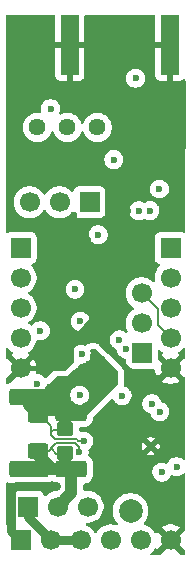
<source format=gbr>
%TF.GenerationSoftware,KiCad,Pcbnew,9.0.2*%
%TF.CreationDate,2025-10-14T11:54:41+02:00*%
%TF.ProjectId,nA_current_shunt_monitor_gum,6e415f63-7572-4726-956e-745f7368756e,rev?*%
%TF.SameCoordinates,Original*%
%TF.FileFunction,Copper,L4,Bot*%
%TF.FilePolarity,Positive*%
%FSLAX46Y46*%
G04 Gerber Fmt 4.6, Leading zero omitted, Abs format (unit mm)*
G04 Created by KiCad (PCBNEW 9.0.2) date 2025-10-14 11:54:41*
%MOMM*%
%LPD*%
G01*
G04 APERTURE LIST*
G04 Aperture macros list*
%AMRoundRect*
0 Rectangle with rounded corners*
0 $1 Rounding radius*
0 $2 $3 $4 $5 $6 $7 $8 $9 X,Y pos of 4 corners*
0 Add a 4 corners polygon primitive as box body*
4,1,4,$2,$3,$4,$5,$6,$7,$8,$9,$2,$3,0*
0 Add four circle primitives for the rounded corners*
1,1,$1+$1,$2,$3*
1,1,$1+$1,$4,$5*
1,1,$1+$1,$6,$7*
1,1,$1+$1,$8,$9*
0 Add four rect primitives between the rounded corners*
20,1,$1+$1,$2,$3,$4,$5,0*
20,1,$1+$1,$4,$5,$6,$7,0*
20,1,$1+$1,$6,$7,$8,$9,0*
20,1,$1+$1,$8,$9,$2,$3,0*%
G04 Aperture macros list end*
%TA.AperFunction,SMDPad,CuDef*%
%ADD10R,1.500000X5.080000*%
%TD*%
%TA.AperFunction,ComponentPad*%
%ADD11R,1.700000X1.700000*%
%TD*%
%TA.AperFunction,ComponentPad*%
%ADD12C,1.700000*%
%TD*%
%TA.AperFunction,HeatsinkPad*%
%ADD13C,0.500000*%
%TD*%
%TA.AperFunction,HeatsinkPad*%
%ADD14R,0.500000X0.500000*%
%TD*%
%TA.AperFunction,ComponentPad*%
%ADD15C,1.440000*%
%TD*%
%TA.AperFunction,ComponentPad*%
%ADD16C,2.000000*%
%TD*%
%TA.AperFunction,SMDPad,CuDef*%
%ADD17RoundRect,0.249999X1.425001X-0.450001X1.425001X0.450001X-1.425001X0.450001X-1.425001X-0.450001X0*%
%TD*%
%TA.AperFunction,SMDPad,CuDef*%
%ADD18RoundRect,0.250000X0.450000X-0.350000X0.450000X0.350000X-0.450000X0.350000X-0.450000X-0.350000X0*%
%TD*%
%TA.AperFunction,SMDPad,CuDef*%
%ADD19RoundRect,0.249999X1.075001X-0.450001X1.075001X0.450001X-1.075001X0.450001X-1.075001X-0.450001X0*%
%TD*%
%TA.AperFunction,SMDPad,CuDef*%
%ADD20RoundRect,0.250000X0.625000X-0.400000X0.625000X0.400000X-0.625000X0.400000X-0.625000X-0.400000X0*%
%TD*%
%TA.AperFunction,ViaPad*%
%ADD21C,0.600000*%
%TD*%
%TA.AperFunction,Conductor*%
%ADD22C,0.500000*%
%TD*%
%TA.AperFunction,Conductor*%
%ADD23C,0.750000*%
%TD*%
%TA.AperFunction,Conductor*%
%ADD24C,0.400000*%
%TD*%
%TA.AperFunction,Conductor*%
%ADD25C,0.150000*%
%TD*%
%TA.AperFunction,Conductor*%
%ADD26C,0.200000*%
%TD*%
%TA.AperFunction,Conductor*%
%ADD27C,1.000000*%
%TD*%
G04 APERTURE END LIST*
D10*
%TO.P,J1,2,Ext*%
%TO.N,GND*%
X127475000Y-69325000D03*
X135975000Y-69325000D03*
%TD*%
D11*
%TO.P,CG1,A1,5V*%
%TO.N,/5V*%
X123320000Y-86485000D03*
D12*
%TO.P,CG1,A2,3V3*%
%TO.N,3.3V*%
X123320000Y-89025000D03*
%TO.P,CG1,A3,SDA*%
%TO.N,/SDA*%
X123320000Y-91565000D03*
%TO.P,CG1,A4,SCL*%
%TO.N,/SCL*%
X123320000Y-94105000D03*
%TO.P,CG1,A5,GND*%
%TO.N,GND*%
X123320000Y-96645000D03*
D11*
%TO.P,CG1,B1,5V*%
%TO.N,/5V*%
X136020000Y-86485000D03*
D12*
%TO.P,CG1,B2,VDDIO*%
%TO.N,/VDDIO*%
X136020000Y-89025000D03*
%TO.P,CG1,B3,-5V*%
%TO.N,/-5V*%
X136020000Y-91565000D03*
%TO.P,CG1,B4,ENABLE*%
%TO.N,/LDO_EN_EXT*%
X136020000Y-94105000D03*
%TO.P,CG1,B5,GND*%
%TO.N,GND*%
X136020000Y-96645000D03*
D11*
%TO.P,CG1,C1,GND*%
X123320000Y-111250000D03*
D12*
%TO.P,CG1,C2,OUT_1*%
%TO.N,/V_LSL_load*%
X125860000Y-111250000D03*
%TO.P,CG1,C3,OUT_2*%
X128400000Y-111250000D03*
%TO.P,CG1,C4,OUT_3*%
%TO.N,/Vout_diff*%
X130940000Y-111250000D03*
%TO.P,CG1,C5,OUT_4*%
%TO.N,/Vout_B*%
X133480000Y-111250000D03*
%TO.P,CG1,C6,GND*%
%TO.N,GND*%
X136020000Y-111250000D03*
%TD*%
D13*
%TO.P,U2,17,EP*%
%TO.N,GND*%
X134350000Y-103272500D03*
D14*
X134350000Y-103272500D03*
%TD*%
D11*
%TO.P,J2,1,Pin_1*%
%TO.N,/5V*%
X133560000Y-95410000D03*
D12*
%TO.P,J2,2,Pin_2*%
%TO.N,Net-(D1-A)*%
X133560000Y-92870000D03*
%TO.P,J2,3,Pin_3*%
%TO.N,/LDO_EN_EXT*%
X133560000Y-90330000D03*
%TD*%
D15*
%TO.P,RV1,1,1*%
%TO.N,unconnected-(RV1-Pad1)*%
X124730000Y-76290000D03*
%TO.P,RV1,2,2*%
%TO.N,Net-(J3-Pin_1)*%
X127270000Y-76290000D03*
%TO.P,RV1,3,3*%
%TO.N,Net-(R5-Pad1)*%
X129810000Y-76290000D03*
%TD*%
D11*
%TO.P,J3,1,Pin_1*%
%TO.N,Net-(J3-Pin_1)*%
X129155000Y-82615000D03*
D12*
%TO.P,J3,2,Pin_2*%
%TO.N,/V_ldo_feedback*%
X126615000Y-82615000D03*
%TO.P,J3,3,Pin_3*%
%TO.N,/DAC_out*%
X124075000Y-82615000D03*
%TD*%
D16*
%TO.P,TP2,1*%
%TO.N,/V_LSL_LDO*%
X132625000Y-108750000D03*
%TD*%
D11*
%TO.P,J7,1,Pin_1*%
%TO.N,/V_LSL_load*%
X123920000Y-108400000D03*
D12*
%TO.P,J7,2,Pin_2*%
%TO.N,/Shunt-*%
X126460000Y-108400000D03*
%TO.P,J7,3,Pin_3*%
%TO.N,Net-(J7-Pin_3)*%
X129000000Y-108400000D03*
%TD*%
D17*
%TO.P,R14,1*%
%TO.N,/Shunt-*%
X124025000Y-105225000D03*
%TO.P,R14,2*%
%TO.N,/V_LSL_LDO*%
X124025000Y-99125000D03*
%TD*%
D18*
%TO.P,R1,1*%
%TO.N,/Shunt-*%
X127100000Y-103825000D03*
%TO.P,R1,2*%
%TO.N,/V_LSL_LDO*%
X127100000Y-101825000D03*
%TD*%
D19*
%TO.P,R11,1*%
%TO.N,/Shunt-*%
X127625000Y-105225000D03*
%TO.P,R11,2*%
%TO.N,/V_LSL_LDO*%
X127625000Y-100425000D03*
%TD*%
D20*
%TO.P,R12,1*%
%TO.N,/Shunt-*%
X124800000Y-103725000D03*
%TO.P,R12,2*%
%TO.N,/V_LSL_LDO*%
X124800000Y-100625000D03*
%TD*%
D21*
%TO.N,GND*%
X135175000Y-107350000D03*
X127866000Y-83726000D03*
X124275000Y-106625000D03*
X127570000Y-96050000D03*
X127842500Y-72782500D03*
X128245685Y-85831958D03*
X131900000Y-73550000D03*
X125325000Y-106650000D03*
X123609000Y-77725000D03*
X126300000Y-93100000D03*
X136250000Y-72875000D03*
X136910000Y-103530000D03*
X125625000Y-69300000D03*
X134280000Y-77175000D03*
X136775000Y-107075000D03*
X134400000Y-106000000D03*
X123609000Y-72700000D03*
X136450000Y-76250000D03*
X136475000Y-80850000D03*
X136450000Y-79250000D03*
X135175000Y-84075000D03*
X130165000Y-92790000D03*
X130150000Y-92075000D03*
X132425000Y-83325000D03*
X126970000Y-91010000D03*
X127180000Y-77780000D03*
X131350000Y-82175000D03*
X136450000Y-77825000D03*
X126350000Y-106650000D03*
X129014315Y-85831958D03*
%TO.N,3.3V*%
X125000000Y-93490000D03*
X131910000Y-98990000D03*
X125851000Y-74700000D03*
X124700000Y-97975000D03*
%TO.N,/V_LSL_LDO*%
X130250000Y-95900000D03*
X128684975Y-102834975D03*
X129125000Y-96350000D03*
X129485000Y-95715000D03*
X135275000Y-105475000D03*
%TO.N,/5V*%
X129891052Y-85376102D03*
%TO.N,A3.3V*%
X128325000Y-98950000D03*
X135075000Y-81500000D03*
%TO.N,/SCL*%
X132259998Y-95050000D03*
X134275000Y-83325000D03*
X128475000Y-95500000D03*
X134425707Y-99674293D03*
%TO.N,/SDA*%
X133325000Y-83350000D03*
X131675000Y-94275000D03*
X128365000Y-92715025D03*
X135100000Y-100350000D03*
%TO.N,/ADC0*%
X136520000Y-105010000D03*
X133050000Y-72125000D03*
%TO.N,/V_ldo_feedback*%
X127925000Y-90000000D03*
%TO.N,Net-(R5-Pad1)*%
X131208999Y-79006949D03*
%TO.N,/Shunt-*%
X128275070Y-103780470D03*
%TD*%
D22*
%TO.N,GND*%
X133143000Y-97495000D02*
X135170000Y-97495000D01*
D23*
X122544000Y-110474000D02*
X122544000Y-107024000D01*
X122544000Y-107024000D02*
X122943000Y-106625000D01*
D22*
X127570000Y-94525000D02*
X127570000Y-96050000D01*
X130165000Y-92790000D02*
X129305000Y-92790000D01*
D23*
X126325000Y-106625000D02*
X126350000Y-106650000D01*
X124275000Y-106625000D02*
X126325000Y-106625000D01*
D22*
X129305000Y-92790000D02*
X127570000Y-94525000D01*
X130165000Y-94517000D02*
X133143000Y-97495000D01*
D24*
X126975000Y-96645000D02*
X123320000Y-96645000D01*
X127570000Y-96050000D02*
X126975000Y-96645000D01*
D22*
X130165000Y-92790000D02*
X130165000Y-94517000D01*
D23*
X122943000Y-106625000D02*
X124275000Y-106625000D01*
D22*
X135170000Y-97495000D02*
X136020000Y-96645000D01*
D23*
X123320000Y-111250000D02*
X122544000Y-110474000D01*
D25*
%TO.N,/V_LSL_LDO*%
X124900000Y-100650000D02*
X124825000Y-100650000D01*
X125850000Y-102100000D02*
X126050000Y-101900000D01*
D26*
X128684975Y-102834975D02*
X128600000Y-102750000D01*
D25*
X124825000Y-100650000D02*
X124800000Y-100625000D01*
X125850000Y-102350000D02*
X125850000Y-101600000D01*
D27*
X124025000Y-99775000D02*
X124800000Y-100550000D01*
D24*
X124925000Y-100425000D02*
X124800000Y-100550000D01*
D25*
X126050000Y-101900000D02*
X127050000Y-101900000D01*
X125850000Y-101600000D02*
X124900000Y-100650000D01*
D24*
X124800000Y-100550000D02*
X124800000Y-100625000D01*
D27*
X124025000Y-99125000D02*
X126325000Y-99125000D01*
D24*
X127625000Y-100425000D02*
X124925000Y-100425000D01*
D27*
X124025000Y-99125000D02*
X124025000Y-99775000D01*
D25*
X125850000Y-102350000D02*
X125850000Y-102100000D01*
X127050000Y-101900000D02*
X127100000Y-101850000D01*
D27*
X127100000Y-100950000D02*
X127100000Y-101825000D01*
D25*
X128074678Y-102699000D02*
X126199000Y-102699000D01*
X126199000Y-102699000D02*
X125850000Y-102350000D01*
D27*
X126325000Y-99125000D02*
X127625000Y-100425000D01*
D25*
X128210653Y-102834975D02*
X128074678Y-102699000D01*
X127100000Y-101850000D02*
X127100000Y-101825000D01*
X128684975Y-102834975D02*
X128210653Y-102834975D01*
D27*
X127625000Y-100425000D02*
X127100000Y-100950000D01*
D23*
%TO.N,/V_LSL_load*%
X123920000Y-109310000D02*
X125860000Y-111250000D01*
X123920000Y-108400000D02*
X123920000Y-109310000D01*
X128400000Y-111250000D02*
X125860000Y-111250000D01*
D26*
%TO.N,/LDO_EN_EXT*%
X134919000Y-91689000D02*
X133560000Y-90330000D01*
X134919000Y-93004000D02*
X134919000Y-91689000D01*
X136020000Y-94105000D02*
X134919000Y-93004000D01*
%TO.N,Net-(J7-Pin_3)*%
X128400000Y-107900000D02*
X128900000Y-108400000D01*
X128900000Y-108400000D02*
X129000000Y-108400000D01*
D27*
%TO.N,/Shunt-*%
X127100000Y-104700000D02*
X127100000Y-103825000D01*
D25*
X127100000Y-103850000D02*
X127100000Y-103825000D01*
D27*
X126460000Y-108400000D02*
X127625000Y-107235000D01*
X127625000Y-105225000D02*
X127100000Y-104700000D01*
D25*
X124850000Y-103650000D02*
X124800000Y-103700000D01*
X126000000Y-103350000D02*
X125700000Y-103650000D01*
D27*
X124800000Y-104025000D02*
X126000000Y-105225000D01*
D25*
X127950000Y-103000000D02*
X126350000Y-103000000D01*
D27*
X124800000Y-103725000D02*
X124800000Y-104025000D01*
D25*
X126350000Y-103900000D02*
X127050000Y-103900000D01*
X126350000Y-103000000D02*
X126000000Y-103350000D01*
X127050000Y-103900000D02*
X127100000Y-103850000D01*
X126000000Y-103350000D02*
X126000000Y-103550000D01*
X126000000Y-103550000D02*
X126350000Y-103900000D01*
X125700000Y-103650000D02*
X124850000Y-103650000D01*
D27*
X127625000Y-107235000D02*
X127625000Y-105225000D01*
D25*
X128275070Y-103780470D02*
X128275070Y-103325070D01*
D27*
X124025000Y-105225000D02*
X126000000Y-105225000D01*
D25*
X128275070Y-103325070D02*
X127950000Y-103000000D01*
X124800000Y-103700000D02*
X124800000Y-103725000D01*
D27*
X126000000Y-105225000D02*
X127625000Y-105225000D01*
D26*
X124800000Y-103650000D02*
X124800000Y-103725000D01*
%TD*%
%TA.AperFunction,Conductor*%
%TO.N,GND*%
G36*
X135554075Y-111442993D02*
G01*
X135619901Y-111557007D01*
X135712993Y-111650099D01*
X135827007Y-111715925D01*
X135890590Y-111732962D01*
X135258282Y-112365269D01*
X135259109Y-112375770D01*
X135244745Y-112444148D01*
X135195694Y-112493905D01*
X135135491Y-112509500D01*
X134425689Y-112509500D01*
X134358650Y-112489815D01*
X134312895Y-112437011D01*
X134302951Y-112367853D01*
X134331976Y-112304297D01*
X134352804Y-112285181D01*
X134359792Y-112280104D01*
X134510104Y-112129792D01*
X134510106Y-112129788D01*
X134510109Y-112129786D01*
X134586055Y-112025254D01*
X134635051Y-111957816D01*
X134639793Y-111948508D01*
X134687763Y-111897711D01*
X134755583Y-111880911D01*
X134821719Y-111903445D01*
X134860763Y-111948500D01*
X134865373Y-111957547D01*
X134904728Y-112011716D01*
X135537037Y-111379408D01*
X135554075Y-111442993D01*
G37*
%TD.AperFunction*%
%TA.AperFunction,Conductor*%
G36*
X137135269Y-112011716D02*
G01*
X137145770Y-112010890D01*
X137214148Y-112025254D01*
X137263905Y-112074305D01*
X137279500Y-112134508D01*
X137279500Y-112385500D01*
X137259815Y-112452539D01*
X137207011Y-112498294D01*
X137155500Y-112509500D01*
X136904509Y-112509500D01*
X136837470Y-112489815D01*
X136791715Y-112437011D01*
X136780891Y-112375772D01*
X136781717Y-112365270D01*
X136149408Y-111732962D01*
X136212993Y-111715925D01*
X136327007Y-111650099D01*
X136420099Y-111557007D01*
X136485925Y-111442993D01*
X136502962Y-111379408D01*
X137135269Y-112011716D01*
G37*
%TD.AperFunction*%
%TA.AperFunction,Conductor*%
G36*
X126168039Y-66755185D02*
G01*
X126213794Y-66807989D01*
X126225000Y-66859500D01*
X126225000Y-69075000D01*
X128725000Y-69075000D01*
X128725000Y-66859500D01*
X128744685Y-66792461D01*
X128797489Y-66746706D01*
X128849000Y-66735500D01*
X134601000Y-66735500D01*
X134668039Y-66755185D01*
X134713794Y-66807989D01*
X134725000Y-66859500D01*
X134725000Y-69075000D01*
X135851000Y-69075000D01*
X135918039Y-69094685D01*
X135963794Y-69147489D01*
X135975000Y-69199000D01*
X135975000Y-69325000D01*
X136101000Y-69325000D01*
X136168039Y-69344685D01*
X136213794Y-69397489D01*
X136225000Y-69449000D01*
X136225000Y-72365000D01*
X136772828Y-72365000D01*
X136772844Y-72364999D01*
X136832372Y-72358598D01*
X136832379Y-72358596D01*
X136967086Y-72308354D01*
X136967089Y-72308352D01*
X137088055Y-72217796D01*
X137153519Y-72193378D01*
X137221792Y-72208229D01*
X137271198Y-72257633D01*
X137286367Y-72317131D01*
X137279808Y-84028900D01*
X137279502Y-84575648D01*
X137279500Y-84575651D01*
X137279500Y-84580708D01*
X137279500Y-84580841D01*
X137279484Y-84608916D01*
X137279500Y-84608995D01*
X137279500Y-85074960D01*
X137259815Y-85141999D01*
X137207011Y-85187754D01*
X137137853Y-85197698D01*
X137112167Y-85191142D01*
X136977482Y-85140908D01*
X136977483Y-85140908D01*
X136917883Y-85134501D01*
X136917881Y-85134500D01*
X136917873Y-85134500D01*
X136917864Y-85134500D01*
X135122129Y-85134500D01*
X135122123Y-85134501D01*
X135062516Y-85140908D01*
X134927671Y-85191202D01*
X134927664Y-85191206D01*
X134812455Y-85277452D01*
X134812452Y-85277455D01*
X134726206Y-85392664D01*
X134726202Y-85392671D01*
X134675908Y-85527517D01*
X134669501Y-85587116D01*
X134669501Y-85587123D01*
X134669500Y-85587135D01*
X134669500Y-87382870D01*
X134669501Y-87382876D01*
X134675908Y-87442483D01*
X134726202Y-87577328D01*
X134726206Y-87577335D01*
X134812452Y-87692544D01*
X134812455Y-87692547D01*
X134927664Y-87778793D01*
X134927671Y-87778797D01*
X135059082Y-87827810D01*
X135115016Y-87869681D01*
X135139433Y-87935145D01*
X135124582Y-88003418D01*
X135103431Y-88031673D01*
X134989889Y-88145215D01*
X134864951Y-88317179D01*
X134768444Y-88506585D01*
X134702753Y-88708760D01*
X134669500Y-88918713D01*
X134669500Y-89131287D01*
X134669499Y-89131287D01*
X134684759Y-89227631D01*
X134675804Y-89296924D01*
X134630808Y-89350376D01*
X134564056Y-89371015D01*
X134496743Y-89352290D01*
X134474605Y-89334709D01*
X134439786Y-89299890D01*
X134267820Y-89174951D01*
X134078414Y-89078444D01*
X134078413Y-89078443D01*
X134078412Y-89078443D01*
X133876243Y-89012754D01*
X133876241Y-89012753D01*
X133876240Y-89012753D01*
X133714957Y-88987208D01*
X133666287Y-88979500D01*
X133453713Y-88979500D01*
X133405042Y-88987208D01*
X133243760Y-89012753D01*
X133041585Y-89078444D01*
X132852179Y-89174951D01*
X132680213Y-89299890D01*
X132529890Y-89450213D01*
X132404951Y-89622179D01*
X132308444Y-89811585D01*
X132242753Y-90013760D01*
X132209500Y-90223713D01*
X132209500Y-90436286D01*
X132233059Y-90585036D01*
X132242754Y-90646243D01*
X132292875Y-90800500D01*
X132308444Y-90848414D01*
X132404951Y-91037820D01*
X132529890Y-91209786D01*
X132680213Y-91360109D01*
X132852182Y-91485050D01*
X132860946Y-91489516D01*
X132911742Y-91537491D01*
X132928536Y-91605312D01*
X132905998Y-91671447D01*
X132860946Y-91710484D01*
X132852182Y-91714949D01*
X132680213Y-91839890D01*
X132529890Y-91990213D01*
X132404951Y-92162179D01*
X132308444Y-92351585D01*
X132242753Y-92553760D01*
X132209500Y-92763713D01*
X132209500Y-92976286D01*
X132236955Y-93149633D01*
X132242754Y-93186243D01*
X132273490Y-93280839D01*
X132308444Y-93388414D01*
X132360848Y-93491263D01*
X132373744Y-93559932D01*
X132347468Y-93624673D01*
X132290361Y-93664930D01*
X132220556Y-93667922D01*
X132181472Y-93650660D01*
X132054185Y-93565609D01*
X132054172Y-93565602D01*
X131908501Y-93505264D01*
X131908489Y-93505261D01*
X131753845Y-93474500D01*
X131753842Y-93474500D01*
X131596158Y-93474500D01*
X131596155Y-93474500D01*
X131441510Y-93505261D01*
X131441498Y-93505264D01*
X131295827Y-93565602D01*
X131295814Y-93565609D01*
X131164711Y-93653210D01*
X131164707Y-93653213D01*
X131053213Y-93764707D01*
X131053210Y-93764711D01*
X130965609Y-93895814D01*
X130965602Y-93895827D01*
X130905264Y-94041498D01*
X130905261Y-94041510D01*
X130874500Y-94196153D01*
X130874500Y-94353846D01*
X130905261Y-94508489D01*
X130905264Y-94508501D01*
X130965602Y-94654172D01*
X130965609Y-94654185D01*
X131053210Y-94785288D01*
X131053213Y-94785292D01*
X131164707Y-94896786D01*
X131164711Y-94896789D01*
X131295814Y-94984390D01*
X131295823Y-94984395D01*
X131382962Y-95020489D01*
X131437365Y-95064330D01*
X131458912Y-95122894D01*
X131459498Y-95128848D01*
X131490259Y-95283489D01*
X131490262Y-95283501D01*
X131550600Y-95429172D01*
X131550607Y-95429185D01*
X131638208Y-95560288D01*
X131638211Y-95560292D01*
X131749705Y-95671786D01*
X131749709Y-95671789D01*
X131880812Y-95759390D01*
X131880825Y-95759397D01*
X132026496Y-95819735D01*
X132026501Y-95819737D01*
X132065674Y-95827529D01*
X132109692Y-95836285D01*
X132171603Y-95868669D01*
X132206177Y-95929385D01*
X132209501Y-95957902D01*
X132209501Y-96307876D01*
X132215908Y-96367483D01*
X132266202Y-96502328D01*
X132266206Y-96502335D01*
X132352452Y-96617544D01*
X132352455Y-96617547D01*
X132467664Y-96703793D01*
X132467671Y-96703797D01*
X132602517Y-96754091D01*
X132602516Y-96754091D01*
X132609444Y-96754835D01*
X132662127Y-96760500D01*
X134457872Y-96760499D01*
X134517483Y-96754091D01*
X134519832Y-96753214D01*
X134521784Y-96753075D01*
X134525031Y-96752308D01*
X134525155Y-96752834D01*
X134589522Y-96748229D01*
X134650846Y-96781712D01*
X134684332Y-96843035D01*
X134685640Y-96849997D01*
X134703242Y-96961129D01*
X134703242Y-96961130D01*
X134768904Y-97163217D01*
X134865375Y-97352550D01*
X134904728Y-97406716D01*
X135537037Y-96774408D01*
X135554075Y-96837993D01*
X135619901Y-96952007D01*
X135712993Y-97045099D01*
X135827007Y-97110925D01*
X135890590Y-97127962D01*
X135258282Y-97760269D01*
X135258282Y-97760270D01*
X135312449Y-97799624D01*
X135501782Y-97896095D01*
X135703870Y-97961757D01*
X135913754Y-97995000D01*
X136126246Y-97995000D01*
X136336127Y-97961757D01*
X136336130Y-97961757D01*
X136538217Y-97896095D01*
X136727554Y-97799622D01*
X136781716Y-97760270D01*
X136781717Y-97760270D01*
X136149408Y-97127962D01*
X136212993Y-97110925D01*
X136327007Y-97045099D01*
X136420099Y-96952007D01*
X136485925Y-96837993D01*
X136502962Y-96774408D01*
X137135269Y-97406716D01*
X137145770Y-97405890D01*
X137214148Y-97420254D01*
X137263905Y-97469305D01*
X137279500Y-97529508D01*
X137279500Y-104338059D01*
X137259815Y-104405098D01*
X137207011Y-104450853D01*
X137137853Y-104460797D01*
X137074297Y-104431772D01*
X137067819Y-104425740D01*
X137030292Y-104388213D01*
X137030288Y-104388210D01*
X136899185Y-104300609D01*
X136899172Y-104300602D01*
X136753501Y-104240264D01*
X136753489Y-104240261D01*
X136598845Y-104209500D01*
X136598842Y-104209500D01*
X136441158Y-104209500D01*
X136441155Y-104209500D01*
X136286510Y-104240261D01*
X136286498Y-104240264D01*
X136140827Y-104300602D01*
X136140814Y-104300609D01*
X136009711Y-104388210D01*
X136009707Y-104388213D01*
X135898213Y-104499707D01*
X135898210Y-104499711D01*
X135810609Y-104630814D01*
X135810606Y-104630821D01*
X135787496Y-104686612D01*
X135743654Y-104741015D01*
X135677359Y-104763079D01*
X135625483Y-104753719D01*
X135508501Y-104705264D01*
X135508489Y-104705261D01*
X135353845Y-104674500D01*
X135353842Y-104674500D01*
X135196158Y-104674500D01*
X135196155Y-104674500D01*
X135041510Y-104705261D01*
X135041498Y-104705264D01*
X134895827Y-104765602D01*
X134895814Y-104765609D01*
X134764711Y-104853210D01*
X134764707Y-104853213D01*
X134653213Y-104964707D01*
X134653210Y-104964711D01*
X134565609Y-105095814D01*
X134565602Y-105095827D01*
X134505264Y-105241498D01*
X134505261Y-105241510D01*
X134474500Y-105396153D01*
X134474500Y-105553846D01*
X134505261Y-105708489D01*
X134505264Y-105708501D01*
X134565602Y-105854172D01*
X134565609Y-105854185D01*
X134653210Y-105985288D01*
X134653213Y-105985292D01*
X134764707Y-106096786D01*
X134764711Y-106096789D01*
X134895814Y-106184390D01*
X134895827Y-106184397D01*
X135029222Y-106239650D01*
X135041503Y-106244737D01*
X135196153Y-106275499D01*
X135196156Y-106275500D01*
X135196158Y-106275500D01*
X135353844Y-106275500D01*
X135353845Y-106275499D01*
X135508497Y-106244737D01*
X135654179Y-106184394D01*
X135785289Y-106096789D01*
X135896789Y-105985289D01*
X135984394Y-105854179D01*
X136007502Y-105798388D01*
X136051341Y-105743986D01*
X136117634Y-105721920D01*
X136169515Y-105731280D01*
X136286498Y-105779735D01*
X136286503Y-105779737D01*
X136441153Y-105810499D01*
X136441156Y-105810500D01*
X136441158Y-105810500D01*
X136598844Y-105810500D01*
X136598845Y-105810499D01*
X136753497Y-105779737D01*
X136899179Y-105719394D01*
X137030289Y-105631789D01*
X137030292Y-105631786D01*
X137067819Y-105594260D01*
X137129142Y-105560775D01*
X137198834Y-105565759D01*
X137254767Y-105607631D01*
X137279184Y-105673095D01*
X137279500Y-105681941D01*
X137279500Y-110365490D01*
X137259815Y-110432529D01*
X137207011Y-110478284D01*
X137145772Y-110489108D01*
X137135270Y-110488281D01*
X136502962Y-111120590D01*
X136485925Y-111057007D01*
X136420099Y-110942993D01*
X136327007Y-110849901D01*
X136212993Y-110784075D01*
X136149409Y-110767037D01*
X136781716Y-110134728D01*
X136727550Y-110095375D01*
X136538217Y-109998904D01*
X136336129Y-109933242D01*
X136126246Y-109900000D01*
X135913754Y-109900000D01*
X135703872Y-109933242D01*
X135703869Y-109933242D01*
X135501782Y-109998904D01*
X135312439Y-110095380D01*
X135258282Y-110134727D01*
X135258282Y-110134728D01*
X135890591Y-110767037D01*
X135827007Y-110784075D01*
X135712993Y-110849901D01*
X135619901Y-110942993D01*
X135554075Y-111057007D01*
X135537037Y-111120591D01*
X134904728Y-110488282D01*
X134904727Y-110488282D01*
X134865380Y-110542440D01*
X134865376Y-110542446D01*
X134860760Y-110551505D01*
X134812781Y-110602297D01*
X134744959Y-110619087D01*
X134678826Y-110596543D01*
X134639794Y-110551493D01*
X134635051Y-110542184D01*
X134635049Y-110542181D01*
X134635048Y-110542179D01*
X134510109Y-110370213D01*
X134359786Y-110219890D01*
X134187820Y-110094951D01*
X133998416Y-109998444D01*
X133813605Y-109938395D01*
X133755930Y-109898957D01*
X133728732Y-109834598D01*
X133740647Y-109765752D01*
X133764245Y-109732781D01*
X133769517Y-109727510D01*
X133908343Y-109536433D01*
X134015568Y-109325992D01*
X134088553Y-109101368D01*
X134088919Y-109099056D01*
X134125500Y-108868097D01*
X134125500Y-108631902D01*
X134088553Y-108398631D01*
X134015566Y-108174003D01*
X133908342Y-107963566D01*
X133769517Y-107772490D01*
X133602510Y-107605483D01*
X133411433Y-107466657D01*
X133364056Y-107442517D01*
X133200996Y-107359433D01*
X132976368Y-107286446D01*
X132743097Y-107249500D01*
X132743092Y-107249500D01*
X132506908Y-107249500D01*
X132506903Y-107249500D01*
X132273631Y-107286446D01*
X132049003Y-107359433D01*
X131838566Y-107466657D01*
X131729550Y-107545862D01*
X131647490Y-107605483D01*
X131647488Y-107605485D01*
X131647487Y-107605485D01*
X131480485Y-107772487D01*
X131480485Y-107772488D01*
X131480483Y-107772490D01*
X131420862Y-107854550D01*
X131341657Y-107963566D01*
X131234433Y-108174003D01*
X131161446Y-108398631D01*
X131124500Y-108631902D01*
X131124500Y-108868097D01*
X131161446Y-109101368D01*
X131234433Y-109325996D01*
X131287482Y-109430109D01*
X131341657Y-109536433D01*
X131480483Y-109727510D01*
X131480485Y-109727512D01*
X131527222Y-109774249D01*
X131560707Y-109835572D01*
X131555723Y-109905264D01*
X131513851Y-109961197D01*
X131448387Y-109985614D01*
X131401223Y-109979861D01*
X131256240Y-109932753D01*
X131094957Y-109907208D01*
X131046287Y-109899500D01*
X130833713Y-109899500D01*
X130785042Y-109907208D01*
X130623760Y-109932753D01*
X130421585Y-109998444D01*
X130232179Y-110094951D01*
X130060213Y-110219890D01*
X129909890Y-110370213D01*
X129784949Y-110542182D01*
X129780484Y-110550946D01*
X129732509Y-110601742D01*
X129664688Y-110618536D01*
X129598553Y-110595998D01*
X129559516Y-110550946D01*
X129555050Y-110542182D01*
X129430109Y-110370213D01*
X129279786Y-110219890D01*
X129107820Y-110094951D01*
X128918414Y-109998444D01*
X128918413Y-109998443D01*
X128918412Y-109998443D01*
X128899907Y-109992430D01*
X128842232Y-109952994D01*
X128815034Y-109888635D01*
X128826949Y-109819789D01*
X128874193Y-109768313D01*
X128938226Y-109750500D01*
X129106286Y-109750500D01*
X129106287Y-109750500D01*
X129316243Y-109717246D01*
X129518412Y-109651557D01*
X129707816Y-109555051D01*
X129794138Y-109492335D01*
X129879786Y-109430109D01*
X129879788Y-109430106D01*
X129879792Y-109430104D01*
X130030104Y-109279792D01*
X130030106Y-109279788D01*
X130030109Y-109279786D01*
X130155048Y-109107820D01*
X130155047Y-109107820D01*
X130155051Y-109107816D01*
X130251557Y-108918412D01*
X130317246Y-108716243D01*
X130350500Y-108506287D01*
X130350500Y-108293713D01*
X130317246Y-108083757D01*
X130251557Y-107881588D01*
X130155051Y-107692184D01*
X130155049Y-107692181D01*
X130155048Y-107692179D01*
X130030109Y-107520213D01*
X129879786Y-107369890D01*
X129707820Y-107244951D01*
X129518414Y-107148444D01*
X129518413Y-107148443D01*
X129518412Y-107148443D01*
X129316243Y-107082754D01*
X129316241Y-107082753D01*
X129316240Y-107082753D01*
X129154957Y-107057208D01*
X129106287Y-107049500D01*
X128893713Y-107049500D01*
X128768897Y-107069268D01*
X128699604Y-107060313D01*
X128646152Y-107015316D01*
X128625513Y-106948565D01*
X128625500Y-106946795D01*
X128625500Y-106549500D01*
X128645185Y-106482461D01*
X128697989Y-106436706D01*
X128746882Y-106426069D01*
X128746871Y-106425844D01*
X128746869Y-106425821D01*
X128746870Y-106425820D01*
X128746862Y-106425660D01*
X128749345Y-106425533D01*
X128749500Y-106425500D01*
X128750005Y-106425500D01*
X128750010Y-106425500D01*
X128852798Y-106414999D01*
X129019335Y-106359814D01*
X129168656Y-106267712D01*
X129292712Y-106143656D01*
X129384814Y-105994335D01*
X129439999Y-105827798D01*
X129450500Y-105725010D01*
X129450500Y-104724990D01*
X129439999Y-104622202D01*
X129384814Y-104455665D01*
X129292712Y-104306344D01*
X129168656Y-104182288D01*
X129168652Y-104182285D01*
X129101847Y-104141079D01*
X129087012Y-104124586D01*
X129069019Y-104111611D01*
X129064102Y-104099115D01*
X129055122Y-104089131D01*
X129051559Y-104067236D01*
X129043437Y-104046593D01*
X129044617Y-104024574D01*
X129043901Y-104020169D01*
X129045323Y-104011369D01*
X129057515Y-103950077D01*
X134025975Y-103950077D01*
X134131236Y-103993678D01*
X134131240Y-103993679D01*
X134276126Y-104022499D01*
X134276129Y-104022500D01*
X134423871Y-104022500D01*
X134423873Y-104022499D01*
X134568760Y-103993679D01*
X134568775Y-103993675D01*
X134674024Y-103950078D01*
X134674024Y-103950077D01*
X134350001Y-103626054D01*
X134350000Y-103626054D01*
X134025975Y-103950077D01*
X129057515Y-103950077D01*
X129075570Y-103859312D01*
X129075570Y-103701628D01*
X129062783Y-103637345D01*
X129069009Y-103567757D01*
X129111872Y-103512579D01*
X129115461Y-103510086D01*
X129195264Y-103456764D01*
X129306764Y-103345264D01*
X129394369Y-103214154D01*
X129400801Y-103198626D01*
X133600000Y-103198626D01*
X133600000Y-103346373D01*
X133628820Y-103491259D01*
X133628822Y-103491267D01*
X133672421Y-103596524D01*
X133996446Y-103272500D01*
X133996446Y-103272499D01*
X133976556Y-103252609D01*
X134250000Y-103252609D01*
X134250000Y-103292391D01*
X134265224Y-103329145D01*
X134293355Y-103357276D01*
X134330109Y-103372500D01*
X134369891Y-103372500D01*
X134406645Y-103357276D01*
X134434776Y-103329145D01*
X134450000Y-103292391D01*
X134450000Y-103272499D01*
X134703554Y-103272499D01*
X134703554Y-103272501D01*
X135027577Y-103596524D01*
X135027578Y-103596524D01*
X135071175Y-103491275D01*
X135071179Y-103491260D01*
X135099999Y-103346373D01*
X135100000Y-103346371D01*
X135100000Y-103198628D01*
X135099999Y-103198626D01*
X135071179Y-103053740D01*
X135071178Y-103053736D01*
X135027577Y-102948475D01*
X134703554Y-103272499D01*
X134450000Y-103272499D01*
X134450000Y-103252609D01*
X134434776Y-103215855D01*
X134406645Y-103187724D01*
X134369891Y-103172500D01*
X134330109Y-103172500D01*
X134293355Y-103187724D01*
X134265224Y-103215855D01*
X134250000Y-103252609D01*
X133976556Y-103252609D01*
X133672421Y-102948474D01*
X133672420Y-102948474D01*
X133628823Y-103053728D01*
X133628820Y-103053740D01*
X133600000Y-103198626D01*
X129400801Y-103198626D01*
X129454712Y-103068472D01*
X129485475Y-102913817D01*
X129485475Y-102756133D01*
X129485475Y-102756130D01*
X129485474Y-102756128D01*
X129466339Y-102659927D01*
X129454713Y-102601483D01*
X129454712Y-102601482D01*
X129454712Y-102601478D01*
X129451996Y-102594920D01*
X134025974Y-102594920D01*
X134025974Y-102594921D01*
X134350000Y-102918946D01*
X134350001Y-102918946D01*
X134674024Y-102594921D01*
X134568767Y-102551322D01*
X134568759Y-102551320D01*
X134423872Y-102522500D01*
X134276128Y-102522500D01*
X134131240Y-102551320D01*
X134131228Y-102551323D01*
X134025974Y-102594920D01*
X129451996Y-102594920D01*
X129443538Y-102574501D01*
X129394372Y-102455802D01*
X129394365Y-102455789D01*
X129306764Y-102324686D01*
X129306761Y-102324682D01*
X129195267Y-102213188D01*
X129195263Y-102213185D01*
X129064160Y-102125584D01*
X129064147Y-102125577D01*
X128918476Y-102065239D01*
X128918464Y-102065236D01*
X128763820Y-102034475D01*
X128763817Y-102034475D01*
X128606133Y-102034475D01*
X128606130Y-102034475D01*
X128448690Y-102065792D01*
X128427706Y-102063914D01*
X128406852Y-102066913D01*
X128393604Y-102060862D01*
X128379099Y-102059565D01*
X128362460Y-102046640D01*
X128343296Y-102037888D01*
X128335422Y-102025636D01*
X128323921Y-102016702D01*
X128316911Y-101996833D01*
X128305522Y-101979110D01*
X128301987Y-101954526D01*
X128300677Y-101950812D01*
X128300499Y-101944175D01*
X128300499Y-101749500D01*
X128320184Y-101682461D01*
X128372988Y-101636706D01*
X128424499Y-101625500D01*
X128750005Y-101625500D01*
X128750010Y-101625500D01*
X128852798Y-101614999D01*
X129019335Y-101559814D01*
X129168656Y-101467712D01*
X129292712Y-101343656D01*
X129384814Y-101194335D01*
X129439999Y-101027798D01*
X129450500Y-100925010D01*
X129450500Y-100890745D01*
X129470185Y-100823706D01*
X129486814Y-100803069D01*
X130987402Y-99302480D01*
X131048723Y-99268997D01*
X131118415Y-99273981D01*
X131174348Y-99315853D01*
X131189642Y-99342710D01*
X131200604Y-99369176D01*
X131200609Y-99369185D01*
X131288210Y-99500288D01*
X131288213Y-99500292D01*
X131399707Y-99611786D01*
X131399711Y-99611789D01*
X131530814Y-99699390D01*
X131530827Y-99699397D01*
X131660564Y-99753135D01*
X131676503Y-99759737D01*
X131831153Y-99790499D01*
X131831156Y-99790500D01*
X131831158Y-99790500D01*
X131988844Y-99790500D01*
X131988845Y-99790499D01*
X132143497Y-99759737D01*
X132289179Y-99699394D01*
X132420289Y-99611789D01*
X132436632Y-99595446D01*
X133625207Y-99595446D01*
X133625207Y-99753139D01*
X133655968Y-99907782D01*
X133655971Y-99907794D01*
X133716309Y-100053465D01*
X133716316Y-100053478D01*
X133803917Y-100184581D01*
X133803920Y-100184585D01*
X133915414Y-100296079D01*
X133915418Y-100296082D01*
X134046521Y-100383683D01*
X134046534Y-100383690D01*
X134116765Y-100412780D01*
X134192210Y-100444030D01*
X134225804Y-100450712D01*
X134287713Y-100483096D01*
X134322288Y-100543811D01*
X134323229Y-100548137D01*
X134330261Y-100583491D01*
X134330264Y-100583501D01*
X134390602Y-100729172D01*
X134390609Y-100729185D01*
X134478210Y-100860288D01*
X134478213Y-100860292D01*
X134589707Y-100971786D01*
X134589711Y-100971789D01*
X134720814Y-101059390D01*
X134720827Y-101059397D01*
X134866498Y-101119735D01*
X134866503Y-101119737D01*
X135021153Y-101150499D01*
X135021156Y-101150500D01*
X135021158Y-101150500D01*
X135178844Y-101150500D01*
X135178845Y-101150499D01*
X135333497Y-101119737D01*
X135479179Y-101059394D01*
X135610289Y-100971789D01*
X135721789Y-100860289D01*
X135809394Y-100729179D01*
X135869737Y-100583497D01*
X135900500Y-100428842D01*
X135900500Y-100271158D01*
X135900500Y-100271155D01*
X135900499Y-100271153D01*
X135869737Y-100116503D01*
X135852906Y-100075868D01*
X135809397Y-99970827D01*
X135809390Y-99970814D01*
X135721789Y-99839711D01*
X135721786Y-99839707D01*
X135610292Y-99728213D01*
X135610288Y-99728210D01*
X135479185Y-99640609D01*
X135479172Y-99640602D01*
X135333501Y-99580264D01*
X135333491Y-99580261D01*
X135299902Y-99573580D01*
X135237991Y-99541195D01*
X135203417Y-99480479D01*
X135202484Y-99476189D01*
X135195444Y-99440796D01*
X135165782Y-99369185D01*
X135135104Y-99295120D01*
X135135097Y-99295107D01*
X135047496Y-99164004D01*
X135047493Y-99164000D01*
X134935999Y-99052506D01*
X134935995Y-99052503D01*
X134804892Y-98964902D01*
X134804879Y-98964895D01*
X134659208Y-98904557D01*
X134659196Y-98904554D01*
X134504552Y-98873793D01*
X134504549Y-98873793D01*
X134346865Y-98873793D01*
X134346862Y-98873793D01*
X134192217Y-98904554D01*
X134192205Y-98904557D01*
X134046534Y-98964895D01*
X134046521Y-98964902D01*
X133915418Y-99052503D01*
X133915414Y-99052506D01*
X133803920Y-99164000D01*
X133803917Y-99164004D01*
X133716316Y-99295107D01*
X133716309Y-99295120D01*
X133655971Y-99440791D01*
X133655968Y-99440803D01*
X133625207Y-99595446D01*
X132436632Y-99595446D01*
X132474662Y-99557416D01*
X132530401Y-99501678D01*
X132531786Y-99500292D01*
X132531789Y-99500289D01*
X132619394Y-99369179D01*
X132679737Y-99223497D01*
X132710500Y-99068842D01*
X132710500Y-98911158D01*
X132710500Y-98911155D01*
X132710499Y-98911153D01*
X132709186Y-98904554D01*
X132679737Y-98756503D01*
X132625263Y-98624990D01*
X132619397Y-98610827D01*
X132619390Y-98610814D01*
X132531789Y-98479711D01*
X132531786Y-98479707D01*
X132420292Y-98368213D01*
X132420288Y-98368210D01*
X132289185Y-98280609D01*
X132289176Y-98280604D01*
X132153899Y-98224571D01*
X132099496Y-98180730D01*
X132077431Y-98114436D01*
X132082378Y-98075066D01*
X132085022Y-98066063D01*
X132085022Y-98066060D01*
X132085023Y-98066058D01*
X132085024Y-98066054D01*
X132105500Y-97923638D01*
X132105500Y-97064730D01*
X132102603Y-97010690D01*
X132099769Y-96984332D01*
X132091114Y-96930920D01*
X132040832Y-96796111D01*
X132007347Y-96734788D01*
X131921123Y-96619607D01*
X131921118Y-96619602D01*
X131921113Y-96619596D01*
X131059176Y-95757660D01*
X131025691Y-95696337D01*
X131025253Y-95694237D01*
X131019737Y-95666503D01*
X130983427Y-95578842D01*
X130959397Y-95520827D01*
X130959390Y-95520814D01*
X130871789Y-95389711D01*
X130871786Y-95389707D01*
X130760292Y-95278213D01*
X130760288Y-95278210D01*
X130629185Y-95190609D01*
X130629172Y-95190602D01*
X130483501Y-95130264D01*
X130483489Y-95130261D01*
X130455829Y-95124759D01*
X130393918Y-95092374D01*
X130392339Y-95090823D01*
X130030408Y-94728892D01*
X130030393Y-94728877D01*
X130030369Y-94728855D01*
X129990151Y-94692728D01*
X129990139Y-94692718D01*
X129969488Y-94676076D01*
X129925606Y-94644433D01*
X129794732Y-94584663D01*
X129727687Y-94564976D01*
X129680214Y-94558150D01*
X129585270Y-94544500D01*
X129340638Y-94544500D01*
X129340621Y-94544500D01*
X129277624Y-94548442D01*
X129246974Y-94552292D01*
X129246952Y-94552296D01*
X129239253Y-94553754D01*
X129236535Y-94554268D01*
X129233706Y-94554676D01*
X129229125Y-94555672D01*
X129227440Y-94555992D01*
X129227419Y-94555997D01*
X129185174Y-94563999D01*
X129179071Y-94565819D01*
X129178988Y-94565540D01*
X129168054Y-94568961D01*
X129163299Y-94569995D01*
X129163291Y-94569998D01*
X129092208Y-94602459D01*
X129052220Y-94619003D01*
X129050980Y-94619738D01*
X129051702Y-94620957D01*
X129033570Y-94629238D01*
X129033566Y-94629238D01*
X129032425Y-94629759D01*
X129032406Y-94629769D01*
X129018590Y-94638648D01*
X129018255Y-94638863D01*
X129013973Y-94641595D01*
X129013945Y-94641603D01*
X129010526Y-94643715D01*
X129007024Y-94645791D01*
X129006852Y-94645918D01*
X128991955Y-94654757D01*
X128991941Y-94654767D01*
X128990933Y-94655580D01*
X128980229Y-94663300D01*
X128973466Y-94667649D01*
X128942490Y-94694499D01*
X128939064Y-94697362D01*
X128891080Y-94736017D01*
X128826525Y-94762745D01*
X128765838Y-94754014D01*
X128708498Y-94730263D01*
X128708488Y-94730260D01*
X128553845Y-94699500D01*
X128553842Y-94699500D01*
X128396158Y-94699500D01*
X128396155Y-94699500D01*
X128241510Y-94730261D01*
X128241498Y-94730264D01*
X128095827Y-94790602D01*
X128095814Y-94790609D01*
X127964711Y-94878210D01*
X127964707Y-94878213D01*
X127853213Y-94989707D01*
X127853210Y-94989711D01*
X127765609Y-95120814D01*
X127765602Y-95120827D01*
X127705264Y-95266498D01*
X127705261Y-95266510D01*
X127674500Y-95421153D01*
X127674500Y-95578846D01*
X127705261Y-95733489D01*
X127705264Y-95733501D01*
X127765602Y-95879172D01*
X127765609Y-95879185D01*
X127854074Y-96011581D01*
X127858919Y-96027054D01*
X127868281Y-96040291D01*
X127869143Y-96059708D01*
X127874952Y-96078258D01*
X127870694Y-96094624D01*
X127871382Y-96110092D01*
X127858447Y-96141707D01*
X127858160Y-96142815D01*
X127857858Y-96143332D01*
X127833968Y-96183599D01*
X127832801Y-96186415D01*
X127829095Y-96192787D01*
X127828475Y-96193373D01*
X127825010Y-96199334D01*
X127805923Y-96227900D01*
X127790501Y-96246691D01*
X127766693Y-96270499D01*
X127747902Y-96285921D01*
X127719888Y-96304639D01*
X127698452Y-96316096D01*
X127611385Y-96352161D01*
X127611367Y-96352169D01*
X127523977Y-96398879D01*
X127523962Y-96398888D01*
X127483764Y-96425747D01*
X127483748Y-96425758D01*
X127407138Y-96488630D01*
X127107945Y-96787825D01*
X127089155Y-96803246D01*
X127077519Y-96811021D01*
X127056088Y-96822477D01*
X127051666Y-96824309D01*
X127051645Y-96824318D01*
X127043148Y-96827837D01*
X127019901Y-96834889D01*
X127014667Y-96835930D01*
X127006191Y-96837616D01*
X126981997Y-96840000D01*
X126461407Y-96840000D01*
X126408455Y-96842783D01*
X126382590Y-96845509D01*
X126330176Y-96853835D01*
X126195166Y-96903553D01*
X126195162Y-96903554D01*
X126133696Y-96936787D01*
X126133694Y-96936788D01*
X126018157Y-97022534D01*
X126018146Y-97022543D01*
X125528457Y-97508184D01*
X125466996Y-97541415D01*
X125397326Y-97536141D01*
X125341566Y-97494038D01*
X125338047Y-97489043D01*
X125321789Y-97464711D01*
X125321787Y-97464708D01*
X125210292Y-97353213D01*
X125210288Y-97353210D01*
X125079185Y-97265609D01*
X125079172Y-97265602D01*
X124933501Y-97205264D01*
X124933489Y-97205261D01*
X124778845Y-97174500D01*
X124778842Y-97174500D01*
X124738100Y-97174500D01*
X124671061Y-97154815D01*
X124625306Y-97102011D01*
X124615362Y-97032853D01*
X124620169Y-97012181D01*
X124636758Y-96961126D01*
X124670000Y-96751246D01*
X124670000Y-96538753D01*
X124636757Y-96328872D01*
X124636757Y-96328869D01*
X124571095Y-96126782D01*
X124474624Y-95937449D01*
X124435270Y-95883282D01*
X124435269Y-95883282D01*
X123802962Y-96515590D01*
X123785925Y-96452007D01*
X123720099Y-96337993D01*
X123627007Y-96244901D01*
X123512993Y-96179075D01*
X123449409Y-96162037D01*
X124081716Y-95529728D01*
X124027547Y-95490373D01*
X124027547Y-95490372D01*
X124018500Y-95485763D01*
X123967706Y-95437788D01*
X123950912Y-95369966D01*
X123973451Y-95303832D01*
X124018508Y-95264793D01*
X124027816Y-95260051D01*
X124107007Y-95202515D01*
X124199786Y-95135109D01*
X124199788Y-95135106D01*
X124199792Y-95135104D01*
X124350104Y-94984792D01*
X124350106Y-94984788D01*
X124350109Y-94984786D01*
X124475048Y-94812820D01*
X124475047Y-94812820D01*
X124475051Y-94812816D01*
X124571557Y-94623412D01*
X124637246Y-94421243D01*
X124645817Y-94367121D01*
X124675745Y-94303991D01*
X124735056Y-94267059D01*
X124792481Y-94264905D01*
X124921153Y-94290499D01*
X124921156Y-94290500D01*
X124921158Y-94290500D01*
X125078844Y-94290500D01*
X125078845Y-94290499D01*
X125233497Y-94259737D01*
X125379179Y-94199394D01*
X125510289Y-94111789D01*
X125621789Y-94000289D01*
X125709394Y-93869179D01*
X125769737Y-93723497D01*
X125800500Y-93568842D01*
X125800500Y-93411158D01*
X125800500Y-93411155D01*
X125800499Y-93411153D01*
X125795976Y-93388414D01*
X125769737Y-93256503D01*
X125757247Y-93226349D01*
X125709397Y-93110827D01*
X125709390Y-93110814D01*
X125621789Y-92979711D01*
X125621786Y-92979707D01*
X125510292Y-92868213D01*
X125510288Y-92868210D01*
X125379185Y-92780609D01*
X125379172Y-92780602D01*
X125292379Y-92744652D01*
X125233501Y-92720264D01*
X125233489Y-92720261D01*
X125078845Y-92689500D01*
X125078842Y-92689500D01*
X124921158Y-92689500D01*
X124921155Y-92689500D01*
X124766510Y-92720261D01*
X124766498Y-92720264D01*
X124620827Y-92780602D01*
X124620814Y-92780609D01*
X124489711Y-92868210D01*
X124489707Y-92868213D01*
X124378213Y-92979707D01*
X124378210Y-92979711D01*
X124348737Y-93023821D01*
X124340620Y-93030604D01*
X124335822Y-93040032D01*
X124314271Y-93052623D01*
X124295124Y-93068626D01*
X124284629Y-93069944D01*
X124275496Y-93075281D01*
X124250560Y-93074222D01*
X124225799Y-93077333D01*
X124214408Y-93072688D01*
X124205689Y-93072319D01*
X124176883Y-93057390D01*
X124174234Y-93056310D01*
X124173462Y-93055766D01*
X124027816Y-92949949D01*
X124011175Y-92941470D01*
X124003948Y-92936380D01*
X123987490Y-92915674D01*
X123968259Y-92897512D01*
X123966088Y-92888749D01*
X123960473Y-92881684D01*
X123957821Y-92855366D01*
X123951463Y-92829692D01*
X123954373Y-92821149D01*
X123953469Y-92812167D01*
X123965467Y-92788592D01*
X123973999Y-92763556D01*
X123981533Y-92757027D01*
X123985162Y-92749898D01*
X123999284Y-92741646D01*
X124019054Y-92724515D01*
X124027816Y-92720051D01*
X124069866Y-92689500D01*
X124143259Y-92636178D01*
X127564500Y-92636178D01*
X127564500Y-92793871D01*
X127595261Y-92948514D01*
X127595264Y-92948526D01*
X127655602Y-93094197D01*
X127655609Y-93094210D01*
X127743210Y-93225313D01*
X127743213Y-93225317D01*
X127854707Y-93336811D01*
X127854711Y-93336814D01*
X127985814Y-93424415D01*
X127985827Y-93424422D01*
X128106728Y-93474500D01*
X128131503Y-93484762D01*
X128234558Y-93505261D01*
X128286153Y-93515524D01*
X128286156Y-93515525D01*
X128286158Y-93515525D01*
X128443844Y-93515525D01*
X128443845Y-93515524D01*
X128598497Y-93484762D01*
X128744179Y-93424419D01*
X128875289Y-93336814D01*
X128986789Y-93225314D01*
X129074394Y-93094204D01*
X129134737Y-92948522D01*
X129165500Y-92793867D01*
X129165500Y-92636183D01*
X129165500Y-92636180D01*
X129165499Y-92636178D01*
X129149104Y-92553757D01*
X129134737Y-92481528D01*
X129107999Y-92416976D01*
X129074397Y-92335852D01*
X129074390Y-92335839D01*
X128986789Y-92204736D01*
X128986786Y-92204732D01*
X128875292Y-92093238D01*
X128875288Y-92093235D01*
X128744185Y-92005634D01*
X128744172Y-92005627D01*
X128598501Y-91945289D01*
X128598489Y-91945286D01*
X128443845Y-91914525D01*
X128443842Y-91914525D01*
X128286158Y-91914525D01*
X128286155Y-91914525D01*
X128131510Y-91945286D01*
X128131498Y-91945289D01*
X127985827Y-92005627D01*
X127985814Y-92005634D01*
X127854711Y-92093235D01*
X127854707Y-92093238D01*
X127743213Y-92204732D01*
X127743210Y-92204736D01*
X127655609Y-92335839D01*
X127655602Y-92335852D01*
X127595264Y-92481523D01*
X127595261Y-92481535D01*
X127564500Y-92636178D01*
X124143259Y-92636178D01*
X124199786Y-92595109D01*
X124199788Y-92595106D01*
X124199792Y-92595104D01*
X124350104Y-92444792D01*
X124350106Y-92444788D01*
X124350109Y-92444786D01*
X124475048Y-92272820D01*
X124475047Y-92272820D01*
X124475051Y-92272816D01*
X124571557Y-92083412D01*
X124637246Y-91881243D01*
X124670500Y-91671287D01*
X124670500Y-91458713D01*
X124637246Y-91248757D01*
X124571557Y-91046588D01*
X124475051Y-90857184D01*
X124475049Y-90857181D01*
X124475048Y-90857179D01*
X124350109Y-90685213D01*
X124199786Y-90534890D01*
X124027820Y-90409951D01*
X124027115Y-90409591D01*
X124019054Y-90405485D01*
X123968259Y-90357512D01*
X123951463Y-90289692D01*
X123973999Y-90223556D01*
X124019054Y-90184515D01*
X124027816Y-90180051D01*
X124167114Y-90078846D01*
X124199786Y-90055109D01*
X124199788Y-90055106D01*
X124199792Y-90055104D01*
X124333743Y-89921153D01*
X127124500Y-89921153D01*
X127124500Y-90078846D01*
X127155261Y-90233489D01*
X127155264Y-90233501D01*
X127215602Y-90379172D01*
X127215609Y-90379185D01*
X127303210Y-90510288D01*
X127303213Y-90510292D01*
X127414707Y-90621786D01*
X127414711Y-90621789D01*
X127545814Y-90709390D01*
X127545827Y-90709397D01*
X127624655Y-90742048D01*
X127691503Y-90769737D01*
X127846153Y-90800499D01*
X127846156Y-90800500D01*
X127846158Y-90800500D01*
X128003844Y-90800500D01*
X128003845Y-90800499D01*
X128158497Y-90769737D01*
X128304179Y-90709394D01*
X128435289Y-90621789D01*
X128546789Y-90510289D01*
X128634394Y-90379179D01*
X128694737Y-90233497D01*
X128725500Y-90078842D01*
X128725500Y-89921158D01*
X128725500Y-89921155D01*
X128725499Y-89921153D01*
X128717664Y-89881764D01*
X128694737Y-89766503D01*
X128680785Y-89732819D01*
X128634397Y-89620827D01*
X128634390Y-89620814D01*
X128546789Y-89489711D01*
X128546786Y-89489707D01*
X128435292Y-89378213D01*
X128435288Y-89378210D01*
X128304185Y-89290609D01*
X128304172Y-89290602D01*
X128158501Y-89230264D01*
X128158489Y-89230261D01*
X128003845Y-89199500D01*
X128003842Y-89199500D01*
X127846158Y-89199500D01*
X127846155Y-89199500D01*
X127691510Y-89230261D01*
X127691498Y-89230264D01*
X127545827Y-89290602D01*
X127545814Y-89290609D01*
X127414711Y-89378210D01*
X127414707Y-89378213D01*
X127303213Y-89489707D01*
X127303210Y-89489711D01*
X127215609Y-89620814D01*
X127215602Y-89620827D01*
X127155264Y-89766498D01*
X127155261Y-89766510D01*
X127124500Y-89921153D01*
X124333743Y-89921153D01*
X124350104Y-89904792D01*
X124475051Y-89732816D01*
X124571557Y-89543412D01*
X124637246Y-89341243D01*
X124670500Y-89131287D01*
X124670500Y-88918713D01*
X124637246Y-88708757D01*
X124571557Y-88506588D01*
X124475051Y-88317184D01*
X124475049Y-88317181D01*
X124475048Y-88317179D01*
X124350109Y-88145213D01*
X124236569Y-88031673D01*
X124203084Y-87970350D01*
X124208068Y-87900658D01*
X124249940Y-87844725D01*
X124280915Y-87827810D01*
X124412331Y-87778796D01*
X124527546Y-87692546D01*
X124613796Y-87577331D01*
X124664091Y-87442483D01*
X124670500Y-87382873D01*
X124670499Y-85587128D01*
X124664091Y-85527517D01*
X124613796Y-85392669D01*
X124542369Y-85297255D01*
X129090552Y-85297255D01*
X129090552Y-85454948D01*
X129121313Y-85609591D01*
X129121316Y-85609603D01*
X129181654Y-85755274D01*
X129181661Y-85755287D01*
X129269262Y-85886390D01*
X129269265Y-85886394D01*
X129380759Y-85997888D01*
X129380763Y-85997891D01*
X129511866Y-86085492D01*
X129511879Y-86085499D01*
X129657550Y-86145837D01*
X129657555Y-86145839D01*
X129812205Y-86176601D01*
X129812208Y-86176602D01*
X129812210Y-86176602D01*
X129969896Y-86176602D01*
X129969897Y-86176601D01*
X130124549Y-86145839D01*
X130270231Y-86085496D01*
X130401341Y-85997891D01*
X130512841Y-85886391D01*
X130600446Y-85755281D01*
X130660789Y-85609599D01*
X130691552Y-85454944D01*
X130691552Y-85297260D01*
X130691552Y-85297257D01*
X130691551Y-85297255D01*
X130660789Y-85142605D01*
X130660538Y-85141999D01*
X130600449Y-84996929D01*
X130600442Y-84996916D01*
X130512841Y-84865813D01*
X130512838Y-84865809D01*
X130401344Y-84754315D01*
X130401340Y-84754312D01*
X130270237Y-84666711D01*
X130270224Y-84666704D01*
X130124553Y-84606366D01*
X130124541Y-84606363D01*
X129969897Y-84575602D01*
X129969894Y-84575602D01*
X129812210Y-84575602D01*
X129812207Y-84575602D01*
X129657562Y-84606363D01*
X129657550Y-84606366D01*
X129511879Y-84666704D01*
X129511866Y-84666711D01*
X129380763Y-84754312D01*
X129380759Y-84754315D01*
X129269265Y-84865809D01*
X129269262Y-84865813D01*
X129181661Y-84996916D01*
X129181654Y-84996929D01*
X129121316Y-85142600D01*
X129121313Y-85142612D01*
X129090552Y-85297255D01*
X124542369Y-85297255D01*
X124527546Y-85277454D01*
X124504709Y-85260358D01*
X124412335Y-85191206D01*
X124412328Y-85191202D01*
X124277482Y-85140908D01*
X124277483Y-85140908D01*
X124217883Y-85134501D01*
X124217881Y-85134500D01*
X124217873Y-85134500D01*
X124217864Y-85134500D01*
X122422129Y-85134500D01*
X122422123Y-85134501D01*
X122362516Y-85140908D01*
X122227833Y-85191142D01*
X122158141Y-85196126D01*
X122096818Y-85162641D01*
X122063334Y-85101317D01*
X122060500Y-85074960D01*
X122060500Y-82508713D01*
X122724500Y-82508713D01*
X122724500Y-82721287D01*
X122757754Y-82931243D01*
X122817951Y-83116510D01*
X122823444Y-83133414D01*
X122919951Y-83322820D01*
X123044890Y-83494786D01*
X123195213Y-83645109D01*
X123367179Y-83770048D01*
X123367181Y-83770049D01*
X123367184Y-83770051D01*
X123556588Y-83866557D01*
X123758757Y-83932246D01*
X123968713Y-83965500D01*
X123968714Y-83965500D01*
X124181286Y-83965500D01*
X124181287Y-83965500D01*
X124391243Y-83932246D01*
X124593412Y-83866557D01*
X124782816Y-83770051D01*
X124869138Y-83707335D01*
X124954786Y-83645109D01*
X124954788Y-83645106D01*
X124954792Y-83645104D01*
X125105104Y-83494792D01*
X125105106Y-83494788D01*
X125105109Y-83494786D01*
X125230048Y-83322820D01*
X125230047Y-83322820D01*
X125230051Y-83322816D01*
X125234514Y-83314054D01*
X125282488Y-83263259D01*
X125350308Y-83246463D01*
X125416444Y-83268999D01*
X125455486Y-83314056D01*
X125459951Y-83322820D01*
X125584890Y-83494786D01*
X125735213Y-83645109D01*
X125907179Y-83770048D01*
X125907181Y-83770049D01*
X125907184Y-83770051D01*
X126096588Y-83866557D01*
X126298757Y-83932246D01*
X126508713Y-83965500D01*
X126508714Y-83965500D01*
X126721286Y-83965500D01*
X126721287Y-83965500D01*
X126931243Y-83932246D01*
X127133412Y-83866557D01*
X127322816Y-83770051D01*
X127494792Y-83645104D01*
X127608329Y-83531566D01*
X127669648Y-83498084D01*
X127739340Y-83503068D01*
X127795274Y-83544939D01*
X127812189Y-83575917D01*
X127861202Y-83707328D01*
X127861206Y-83707335D01*
X127947452Y-83822544D01*
X127947455Y-83822547D01*
X128062664Y-83908793D01*
X128062671Y-83908797D01*
X128197517Y-83959091D01*
X128197516Y-83959091D01*
X128204444Y-83959835D01*
X128257127Y-83965500D01*
X130052872Y-83965499D01*
X130112483Y-83959091D01*
X130247331Y-83908796D01*
X130362546Y-83822546D01*
X130448796Y-83707331D01*
X130499091Y-83572483D01*
X130505500Y-83512873D01*
X130505500Y-83271153D01*
X132524500Y-83271153D01*
X132524500Y-83428846D01*
X132555261Y-83583489D01*
X132555264Y-83583501D01*
X132615602Y-83729172D01*
X132615609Y-83729185D01*
X132703210Y-83860288D01*
X132703213Y-83860292D01*
X132814707Y-83971786D01*
X132814711Y-83971789D01*
X132945814Y-84059390D01*
X132945827Y-84059397D01*
X133091498Y-84119735D01*
X133091503Y-84119737D01*
X133246153Y-84150499D01*
X133246156Y-84150500D01*
X133246158Y-84150500D01*
X133403844Y-84150500D01*
X133403845Y-84150499D01*
X133558497Y-84119737D01*
X133704179Y-84059394D01*
X133749818Y-84028898D01*
X133816490Y-84008021D01*
X133883870Y-84026504D01*
X133887600Y-84028901D01*
X133895816Y-84034391D01*
X133895827Y-84034397D01*
X134041498Y-84094735D01*
X134041503Y-84094737D01*
X134167176Y-84119735D01*
X134196153Y-84125499D01*
X134196156Y-84125500D01*
X134196158Y-84125500D01*
X134353844Y-84125500D01*
X134353845Y-84125499D01*
X134508497Y-84094737D01*
X134654179Y-84034394D01*
X134785289Y-83946789D01*
X134896789Y-83835289D01*
X134984394Y-83704179D01*
X135044737Y-83558497D01*
X135075500Y-83403842D01*
X135075500Y-83246158D01*
X135075500Y-83246155D01*
X135075499Y-83246153D01*
X135044737Y-83091503D01*
X134994752Y-82970827D01*
X134984397Y-82945827D01*
X134984390Y-82945814D01*
X134896789Y-82814711D01*
X134896786Y-82814707D01*
X134785292Y-82703213D01*
X134785288Y-82703210D01*
X134654185Y-82615609D01*
X134654172Y-82615602D01*
X134508501Y-82555264D01*
X134508489Y-82555261D01*
X134353845Y-82524500D01*
X134353842Y-82524500D01*
X134196158Y-82524500D01*
X134196155Y-82524500D01*
X134041510Y-82555261D01*
X134041498Y-82555264D01*
X133895828Y-82615602D01*
X133895812Y-82615611D01*
X133850181Y-82646100D01*
X133783503Y-82666977D01*
X133716123Y-82648491D01*
X133712405Y-82646102D01*
X133704183Y-82640609D01*
X133704179Y-82640606D01*
X133704175Y-82640604D01*
X133704171Y-82640602D01*
X133558501Y-82580264D01*
X133558489Y-82580261D01*
X133403845Y-82549500D01*
X133403842Y-82549500D01*
X133246158Y-82549500D01*
X133246155Y-82549500D01*
X133091510Y-82580261D01*
X133091498Y-82580264D01*
X132945827Y-82640602D01*
X132945814Y-82640609D01*
X132814711Y-82728210D01*
X132814707Y-82728213D01*
X132703213Y-82839707D01*
X132703210Y-82839711D01*
X132615609Y-82970814D01*
X132615602Y-82970827D01*
X132555264Y-83116498D01*
X132555261Y-83116510D01*
X132524500Y-83271153D01*
X130505500Y-83271153D01*
X130505499Y-82580264D01*
X130505499Y-81717129D01*
X130505498Y-81717123D01*
X130499091Y-81657516D01*
X130448797Y-81522671D01*
X130448795Y-81522668D01*
X130423874Y-81489378D01*
X130372801Y-81421153D01*
X134274500Y-81421153D01*
X134274500Y-81578846D01*
X134305261Y-81733489D01*
X134305264Y-81733501D01*
X134365602Y-81879172D01*
X134365609Y-81879185D01*
X134453210Y-82010288D01*
X134453213Y-82010292D01*
X134564707Y-82121786D01*
X134564711Y-82121789D01*
X134695814Y-82209390D01*
X134695827Y-82209397D01*
X134841498Y-82269735D01*
X134841503Y-82269737D01*
X134996153Y-82300499D01*
X134996156Y-82300500D01*
X134996158Y-82300500D01*
X135153844Y-82300500D01*
X135153845Y-82300499D01*
X135308497Y-82269737D01*
X135454179Y-82209394D01*
X135585289Y-82121789D01*
X135696789Y-82010289D01*
X135784394Y-81879179D01*
X135844737Y-81733497D01*
X135875500Y-81578842D01*
X135875500Y-81421158D01*
X135875500Y-81421155D01*
X135875499Y-81421153D01*
X135844738Y-81266510D01*
X135844737Y-81266503D01*
X135843907Y-81264500D01*
X135784397Y-81120827D01*
X135784390Y-81120814D01*
X135696789Y-80989711D01*
X135696786Y-80989707D01*
X135585292Y-80878213D01*
X135585288Y-80878210D01*
X135454185Y-80790609D01*
X135454172Y-80790602D01*
X135308501Y-80730264D01*
X135308489Y-80730261D01*
X135153845Y-80699500D01*
X135153842Y-80699500D01*
X134996158Y-80699500D01*
X134996155Y-80699500D01*
X134841510Y-80730261D01*
X134841498Y-80730264D01*
X134695827Y-80790602D01*
X134695814Y-80790609D01*
X134564711Y-80878210D01*
X134564707Y-80878213D01*
X134453213Y-80989707D01*
X134453210Y-80989711D01*
X134365609Y-81120814D01*
X134365602Y-81120827D01*
X134305264Y-81266498D01*
X134305261Y-81266510D01*
X134274500Y-81421153D01*
X130372801Y-81421153D01*
X130362546Y-81407454D01*
X130339709Y-81390358D01*
X130247335Y-81321206D01*
X130247328Y-81321202D01*
X130112482Y-81270908D01*
X130112483Y-81270908D01*
X130052883Y-81264501D01*
X130052881Y-81264500D01*
X130052873Y-81264500D01*
X130052864Y-81264500D01*
X128257129Y-81264500D01*
X128257123Y-81264501D01*
X128197516Y-81270908D01*
X128062671Y-81321202D01*
X128062664Y-81321206D01*
X127947455Y-81407452D01*
X127947452Y-81407455D01*
X127861206Y-81522664D01*
X127861203Y-81522669D01*
X127812189Y-81654083D01*
X127770317Y-81710016D01*
X127704853Y-81734433D01*
X127636580Y-81719581D01*
X127608326Y-81698430D01*
X127494786Y-81584890D01*
X127322820Y-81459951D01*
X127133414Y-81363444D01*
X127133413Y-81363443D01*
X127133412Y-81363443D01*
X126931243Y-81297754D01*
X126931241Y-81297753D01*
X126931240Y-81297753D01*
X126769957Y-81272208D01*
X126721287Y-81264500D01*
X126508713Y-81264500D01*
X126460042Y-81272208D01*
X126298760Y-81297753D01*
X126096585Y-81363444D01*
X125907179Y-81459951D01*
X125735213Y-81584890D01*
X125584890Y-81735213D01*
X125459949Y-81907182D01*
X125455484Y-81915946D01*
X125407509Y-81966742D01*
X125339688Y-81983536D01*
X125273553Y-81960998D01*
X125234516Y-81915946D01*
X125230050Y-81907182D01*
X125105109Y-81735213D01*
X124954786Y-81584890D01*
X124782820Y-81459951D01*
X124593414Y-81363444D01*
X124593413Y-81363443D01*
X124593412Y-81363443D01*
X124391243Y-81297754D01*
X124391241Y-81297753D01*
X124391240Y-81297753D01*
X124229957Y-81272208D01*
X124181287Y-81264500D01*
X123968713Y-81264500D01*
X123920042Y-81272208D01*
X123758760Y-81297753D01*
X123556585Y-81363444D01*
X123367179Y-81459951D01*
X123195213Y-81584890D01*
X123044890Y-81735213D01*
X122919951Y-81907179D01*
X122823444Y-82096585D01*
X122757753Y-82298760D01*
X122724500Y-82508713D01*
X122060500Y-82508713D01*
X122060500Y-78928102D01*
X130408499Y-78928102D01*
X130408499Y-79085795D01*
X130439260Y-79240438D01*
X130439263Y-79240450D01*
X130499601Y-79386121D01*
X130499608Y-79386134D01*
X130587209Y-79517237D01*
X130587212Y-79517241D01*
X130698706Y-79628735D01*
X130698710Y-79628738D01*
X130829813Y-79716339D01*
X130829826Y-79716346D01*
X130975497Y-79776684D01*
X130975502Y-79776686D01*
X131130152Y-79807448D01*
X131130155Y-79807449D01*
X131130157Y-79807449D01*
X131287843Y-79807449D01*
X131287844Y-79807448D01*
X131442496Y-79776686D01*
X131588178Y-79716343D01*
X131719288Y-79628738D01*
X131830788Y-79517238D01*
X131918393Y-79386128D01*
X131978736Y-79240446D01*
X132009499Y-79085791D01*
X132009499Y-78928107D01*
X132009499Y-78928104D01*
X132009498Y-78928102D01*
X131978737Y-78773459D01*
X131978736Y-78773452D01*
X131978734Y-78773447D01*
X131918396Y-78627776D01*
X131918389Y-78627763D01*
X131830788Y-78496660D01*
X131830785Y-78496656D01*
X131719291Y-78385162D01*
X131719287Y-78385159D01*
X131588184Y-78297558D01*
X131588171Y-78297551D01*
X131442500Y-78237213D01*
X131442488Y-78237210D01*
X131287844Y-78206449D01*
X131287841Y-78206449D01*
X131130157Y-78206449D01*
X131130154Y-78206449D01*
X130975509Y-78237210D01*
X130975497Y-78237213D01*
X130829826Y-78297551D01*
X130829813Y-78297558D01*
X130698710Y-78385159D01*
X130698706Y-78385162D01*
X130587212Y-78496656D01*
X130587209Y-78496660D01*
X130499608Y-78627763D01*
X130499601Y-78627776D01*
X130439263Y-78773447D01*
X130439260Y-78773459D01*
X130408499Y-78928102D01*
X122060500Y-78928102D01*
X122060500Y-76193945D01*
X123509500Y-76193945D01*
X123509500Y-76386054D01*
X123539553Y-76575802D01*
X123598916Y-76758506D01*
X123598918Y-76758509D01*
X123686135Y-76929681D01*
X123799055Y-77085102D01*
X123934898Y-77220945D01*
X124090319Y-77333865D01*
X124261491Y-77421082D01*
X124261493Y-77421083D01*
X124352845Y-77450764D01*
X124444199Y-77480447D01*
X124633945Y-77510500D01*
X124633946Y-77510500D01*
X124826054Y-77510500D01*
X124826055Y-77510500D01*
X125015801Y-77480447D01*
X125198509Y-77421082D01*
X125369681Y-77333865D01*
X125525102Y-77220945D01*
X125660945Y-77085102D01*
X125773865Y-76929681D01*
X125861082Y-76758509D01*
X125861084Y-76758504D01*
X125882069Y-76693919D01*
X125921506Y-76636243D01*
X125985864Y-76609044D01*
X126054711Y-76620958D01*
X126106187Y-76668202D01*
X126117931Y-76693919D01*
X126138915Y-76758504D01*
X126138918Y-76758509D01*
X126226135Y-76929681D01*
X126339055Y-77085102D01*
X126474898Y-77220945D01*
X126630319Y-77333865D01*
X126801491Y-77421082D01*
X126801493Y-77421083D01*
X126892845Y-77450764D01*
X126984199Y-77480447D01*
X127173945Y-77510500D01*
X127173946Y-77510500D01*
X127366054Y-77510500D01*
X127366055Y-77510500D01*
X127555801Y-77480447D01*
X127738509Y-77421082D01*
X127909681Y-77333865D01*
X128065102Y-77220945D01*
X128200945Y-77085102D01*
X128313865Y-76929681D01*
X128401082Y-76758509D01*
X128401084Y-76758504D01*
X128422069Y-76693919D01*
X128461506Y-76636243D01*
X128525864Y-76609044D01*
X128594711Y-76620958D01*
X128646187Y-76668202D01*
X128657931Y-76693919D01*
X128678915Y-76758504D01*
X128678918Y-76758509D01*
X128766135Y-76929681D01*
X128879055Y-77085102D01*
X129014898Y-77220945D01*
X129170319Y-77333865D01*
X129341491Y-77421082D01*
X129341493Y-77421083D01*
X129432845Y-77450764D01*
X129524199Y-77480447D01*
X129713945Y-77510500D01*
X129713946Y-77510500D01*
X129906054Y-77510500D01*
X129906055Y-77510500D01*
X130095801Y-77480447D01*
X130278509Y-77421082D01*
X130449681Y-77333865D01*
X130605102Y-77220945D01*
X130740945Y-77085102D01*
X130853865Y-76929681D01*
X130941082Y-76758509D01*
X131000447Y-76575801D01*
X131030500Y-76386055D01*
X131030500Y-76193945D01*
X131000447Y-76004199D01*
X130966104Y-75898502D01*
X130941083Y-75821493D01*
X130853864Y-75650318D01*
X130850711Y-75645978D01*
X130740945Y-75494898D01*
X130605102Y-75359055D01*
X130449681Y-75246135D01*
X130379330Y-75210289D01*
X130278506Y-75158916D01*
X130095802Y-75099553D01*
X129967165Y-75079179D01*
X129906055Y-75069500D01*
X129713945Y-75069500D01*
X129652835Y-75079179D01*
X129524197Y-75099553D01*
X129341493Y-75158916D01*
X129170318Y-75246135D01*
X129081645Y-75310560D01*
X129014898Y-75359055D01*
X129014896Y-75359057D01*
X129014895Y-75359057D01*
X128879057Y-75494895D01*
X128879057Y-75494896D01*
X128879055Y-75494898D01*
X128856781Y-75525556D01*
X128766135Y-75650318D01*
X128678916Y-75821493D01*
X128657931Y-75886081D01*
X128618494Y-75943756D01*
X128554135Y-75970955D01*
X128485289Y-75959041D01*
X128433813Y-75911797D01*
X128422069Y-75886081D01*
X128401083Y-75821493D01*
X128313864Y-75650318D01*
X128310711Y-75645978D01*
X128200945Y-75494898D01*
X128065102Y-75359055D01*
X127909681Y-75246135D01*
X127839330Y-75210289D01*
X127738506Y-75158916D01*
X127555802Y-75099553D01*
X127427165Y-75079179D01*
X127366055Y-75069500D01*
X127173945Y-75069500D01*
X127112835Y-75079179D01*
X126984197Y-75099553D01*
X126801493Y-75158916D01*
X126753513Y-75183363D01*
X126684844Y-75196258D01*
X126620104Y-75169981D01*
X126579848Y-75112874D01*
X126576856Y-75043068D01*
X126582655Y-75025434D01*
X126620737Y-74933497D01*
X126651500Y-74778842D01*
X126651500Y-74621158D01*
X126651500Y-74621155D01*
X126651499Y-74621153D01*
X126620738Y-74466510D01*
X126620737Y-74466503D01*
X126620735Y-74466498D01*
X126560397Y-74320827D01*
X126560390Y-74320814D01*
X126472789Y-74189711D01*
X126472786Y-74189707D01*
X126361292Y-74078213D01*
X126361288Y-74078210D01*
X126230185Y-73990609D01*
X126230172Y-73990602D01*
X126084501Y-73930264D01*
X126084489Y-73930261D01*
X125929845Y-73899500D01*
X125929842Y-73899500D01*
X125772158Y-73899500D01*
X125772155Y-73899500D01*
X125617510Y-73930261D01*
X125617498Y-73930264D01*
X125471827Y-73990602D01*
X125471814Y-73990609D01*
X125340711Y-74078210D01*
X125340707Y-74078213D01*
X125229213Y-74189707D01*
X125229210Y-74189711D01*
X125141609Y-74320814D01*
X125141602Y-74320827D01*
X125081264Y-74466498D01*
X125081261Y-74466510D01*
X125050500Y-74621153D01*
X125050500Y-74778846D01*
X125082451Y-74939472D01*
X125080111Y-74939937D01*
X125080639Y-74999259D01*
X125043389Y-75058371D01*
X124980094Y-75087960D01*
X124941959Y-75087857D01*
X124826055Y-75069500D01*
X124633945Y-75069500D01*
X124572835Y-75079179D01*
X124444197Y-75099553D01*
X124261493Y-75158916D01*
X124090318Y-75246135D01*
X124001645Y-75310560D01*
X123934898Y-75359055D01*
X123934896Y-75359057D01*
X123934895Y-75359057D01*
X123799057Y-75494895D01*
X123799057Y-75494896D01*
X123799055Y-75494898D01*
X123776781Y-75525556D01*
X123686135Y-75650318D01*
X123598916Y-75821493D01*
X123539553Y-76004197D01*
X123509500Y-76193945D01*
X122060500Y-76193945D01*
X122060500Y-71912844D01*
X126225000Y-71912844D01*
X126231401Y-71972372D01*
X126231403Y-71972379D01*
X126281645Y-72107086D01*
X126281649Y-72107093D01*
X126367809Y-72222187D01*
X126367812Y-72222190D01*
X126482906Y-72308350D01*
X126482913Y-72308354D01*
X126617620Y-72358596D01*
X126617627Y-72358598D01*
X126677155Y-72364999D01*
X126677172Y-72365000D01*
X127225000Y-72365000D01*
X127725000Y-72365000D01*
X128272828Y-72365000D01*
X128272844Y-72364999D01*
X128332372Y-72358598D01*
X128332379Y-72358596D01*
X128467086Y-72308354D01*
X128467093Y-72308350D01*
X128582187Y-72222190D01*
X128582190Y-72222187D01*
X128668350Y-72107093D01*
X128668354Y-72107086D01*
X128691081Y-72046153D01*
X132249500Y-72046153D01*
X132249500Y-72203846D01*
X132280261Y-72358489D01*
X132280264Y-72358501D01*
X132340602Y-72504172D01*
X132340609Y-72504185D01*
X132428210Y-72635288D01*
X132428213Y-72635292D01*
X132539707Y-72746786D01*
X132539711Y-72746789D01*
X132670814Y-72834390D01*
X132670827Y-72834397D01*
X132816498Y-72894735D01*
X132816503Y-72894737D01*
X132971153Y-72925499D01*
X132971156Y-72925500D01*
X132971158Y-72925500D01*
X133128844Y-72925500D01*
X133128845Y-72925499D01*
X133283497Y-72894737D01*
X133429179Y-72834394D01*
X133560289Y-72746789D01*
X133671789Y-72635289D01*
X133759394Y-72504179D01*
X133819737Y-72358497D01*
X133850500Y-72203842D01*
X133850500Y-72046158D01*
X133850500Y-72046155D01*
X133850499Y-72046153D01*
X133823982Y-71912844D01*
X134725000Y-71912844D01*
X134731401Y-71972372D01*
X134731403Y-71972379D01*
X134781645Y-72107086D01*
X134781649Y-72107093D01*
X134867809Y-72222187D01*
X134867812Y-72222190D01*
X134982906Y-72308350D01*
X134982913Y-72308354D01*
X135117620Y-72358596D01*
X135117627Y-72358598D01*
X135177155Y-72364999D01*
X135177172Y-72365000D01*
X135725000Y-72365000D01*
X135725000Y-69575000D01*
X134725000Y-69575000D01*
X134725000Y-71912844D01*
X133823982Y-71912844D01*
X133819737Y-71891503D01*
X133819735Y-71891498D01*
X133759397Y-71745827D01*
X133759390Y-71745814D01*
X133671789Y-71614711D01*
X133671786Y-71614707D01*
X133560292Y-71503213D01*
X133560288Y-71503210D01*
X133429185Y-71415609D01*
X133429172Y-71415602D01*
X133283501Y-71355264D01*
X133283489Y-71355261D01*
X133128845Y-71324500D01*
X133128842Y-71324500D01*
X132971158Y-71324500D01*
X132971155Y-71324500D01*
X132816510Y-71355261D01*
X132816498Y-71355264D01*
X132670827Y-71415602D01*
X132670814Y-71415609D01*
X132539711Y-71503210D01*
X132539707Y-71503213D01*
X132428213Y-71614707D01*
X132428210Y-71614711D01*
X132340609Y-71745814D01*
X132340602Y-71745827D01*
X132280264Y-71891498D01*
X132280261Y-71891510D01*
X132249500Y-72046153D01*
X128691081Y-72046153D01*
X128709514Y-71996733D01*
X128709514Y-71996732D01*
X128718595Y-71972383D01*
X128718598Y-71972372D01*
X128724999Y-71912844D01*
X128725000Y-71912827D01*
X128725000Y-69575000D01*
X127725000Y-69575000D01*
X127725000Y-72365000D01*
X127225000Y-72365000D01*
X127225000Y-69575000D01*
X126225000Y-69575000D01*
X126225000Y-71912844D01*
X122060500Y-71912844D01*
X122060500Y-66859500D01*
X122080185Y-66792461D01*
X122132989Y-66746706D01*
X122184500Y-66735500D01*
X126101000Y-66735500D01*
X126168039Y-66755185D01*
G37*
%TD.AperFunction*%
%TA.AperFunction,Conductor*%
G36*
X126016946Y-106243586D02*
G01*
X126046397Y-106246479D01*
X126053304Y-106250491D01*
X126056522Y-106251103D01*
X126076915Y-106264209D01*
X126081339Y-106267707D01*
X126081344Y-106267712D01*
X126230665Y-106359814D01*
X126397202Y-106414999D01*
X126499990Y-106425500D01*
X126500500Y-106425500D01*
X126500605Y-106425531D01*
X126503138Y-106425660D01*
X126503129Y-106425820D01*
X126503131Y-106425821D01*
X126503128Y-106425844D01*
X126503107Y-106426265D01*
X126509185Y-106428050D01*
X126518147Y-106426762D01*
X126542187Y-106437740D01*
X126567539Y-106445185D01*
X126573466Y-106452025D01*
X126581703Y-106455787D01*
X126595992Y-106478021D01*
X126613294Y-106497989D01*
X126615581Y-106508503D01*
X126619477Y-106514565D01*
X126624500Y-106549500D01*
X126624500Y-106769218D01*
X126604815Y-106836257D01*
X126588185Y-106856894D01*
X126498285Y-106946795D01*
X126431503Y-107013577D01*
X126370180Y-107047061D01*
X126354643Y-107049352D01*
X126143760Y-107082753D01*
X125941585Y-107148444D01*
X125752179Y-107244951D01*
X125580215Y-107369889D01*
X125466673Y-107483431D01*
X125405350Y-107516915D01*
X125335658Y-107511931D01*
X125279725Y-107470059D01*
X125262810Y-107439082D01*
X125213797Y-107307671D01*
X125213793Y-107307664D01*
X125127547Y-107192455D01*
X125127544Y-107192452D01*
X125012335Y-107106206D01*
X125012328Y-107106202D01*
X124877482Y-107055908D01*
X124877483Y-107055908D01*
X124817883Y-107049501D01*
X124817881Y-107049500D01*
X124817873Y-107049500D01*
X124817864Y-107049500D01*
X123022129Y-107049500D01*
X123022123Y-107049501D01*
X122962516Y-107055908D01*
X122827671Y-107106202D01*
X122827664Y-107106206D01*
X122712455Y-107192452D01*
X122712452Y-107192455D01*
X122626206Y-107307664D01*
X122626202Y-107307671D01*
X122575908Y-107442517D01*
X122569501Y-107502116D01*
X122569500Y-107502135D01*
X122569500Y-109297870D01*
X122569501Y-109297876D01*
X122575908Y-109357483D01*
X122626202Y-109492328D01*
X122626206Y-109492335D01*
X122712452Y-109607544D01*
X122712455Y-109607547D01*
X122804876Y-109676734D01*
X122846747Y-109732668D01*
X122851731Y-109802359D01*
X122818245Y-109863682D01*
X122756922Y-109897166D01*
X122730565Y-109900000D01*
X122422155Y-109900000D01*
X122362627Y-109906401D01*
X122362619Y-109906403D01*
X122227833Y-109956675D01*
X122158141Y-109961659D01*
X122096818Y-109928174D01*
X122063334Y-109866850D01*
X122060500Y-109840493D01*
X122060500Y-106446189D01*
X122080185Y-106379150D01*
X122132989Y-106333395D01*
X122202147Y-106323451D01*
X122249595Y-106340649D01*
X122280665Y-106359814D01*
X122447202Y-106414999D01*
X122549990Y-106425500D01*
X122549995Y-106425500D01*
X125500005Y-106425500D01*
X125500010Y-106425500D01*
X125602798Y-106414999D01*
X125769335Y-106359814D01*
X125918656Y-106267712D01*
X125918664Y-106267703D01*
X125923085Y-106264209D01*
X125950525Y-106253137D01*
X125976862Y-106239650D01*
X125982564Y-106240210D01*
X125987879Y-106238066D01*
X126016946Y-106243586D01*
G37*
%TD.AperFunction*%
%TA.AperFunction,Conductor*%
G36*
X122854075Y-96837993D02*
G01*
X122919901Y-96952007D01*
X123012993Y-97045099D01*
X123127007Y-97110925D01*
X123190590Y-97127962D01*
X122558282Y-97760269D01*
X122561533Y-97801575D01*
X122547169Y-97869952D01*
X122498118Y-97919709D01*
X122450521Y-97934661D01*
X122447202Y-97935001D01*
X122280667Y-97990185D01*
X122280658Y-97990189D01*
X122249596Y-98009349D01*
X122182203Y-98027789D01*
X122115540Y-98006866D01*
X122070771Y-97953224D01*
X122060500Y-97903810D01*
X122060500Y-97529508D01*
X122080185Y-97462469D01*
X122132989Y-97416714D01*
X122194230Y-97405890D01*
X122204728Y-97406716D01*
X122837037Y-96774408D01*
X122854075Y-96837993D01*
G37*
%TD.AperFunction*%
%TA.AperFunction,Conductor*%
G36*
X122265703Y-94956976D02*
G01*
X122284819Y-94977804D01*
X122289896Y-94984792D01*
X122440213Y-95135109D01*
X122612179Y-95260048D01*
X122612181Y-95260049D01*
X122612184Y-95260051D01*
X122621493Y-95264794D01*
X122672290Y-95312766D01*
X122689087Y-95380587D01*
X122666552Y-95446722D01*
X122621505Y-95485760D01*
X122612446Y-95490376D01*
X122612440Y-95490380D01*
X122558282Y-95529727D01*
X122558282Y-95529728D01*
X123190591Y-96162037D01*
X123127007Y-96179075D01*
X123012993Y-96244901D01*
X122919901Y-96337993D01*
X122854075Y-96452007D01*
X122837037Y-96515591D01*
X122204727Y-95883281D01*
X122194228Y-95884108D01*
X122125851Y-95869743D01*
X122076095Y-95820692D01*
X122060500Y-95760490D01*
X122060500Y-95050689D01*
X122080185Y-94983650D01*
X122132989Y-94937895D01*
X122202147Y-94927951D01*
X122265703Y-94956976D01*
G37*
%TD.AperFunction*%
%TA.AperFunction,Conductor*%
G36*
X135115702Y-95111044D02*
G01*
X135122180Y-95117076D01*
X135140213Y-95135109D01*
X135312179Y-95260048D01*
X135312181Y-95260049D01*
X135312184Y-95260051D01*
X135321493Y-95264794D01*
X135372290Y-95312766D01*
X135389087Y-95380587D01*
X135366552Y-95446722D01*
X135321505Y-95485760D01*
X135312446Y-95490376D01*
X135312440Y-95490380D01*
X135258282Y-95529727D01*
X135258282Y-95529728D01*
X135890591Y-96162037D01*
X135827007Y-96179075D01*
X135712993Y-96244901D01*
X135619901Y-96337993D01*
X135554075Y-96452007D01*
X135537037Y-96515591D01*
X134946818Y-95925372D01*
X134913333Y-95864049D01*
X134910499Y-95837697D01*
X134910499Y-95204756D01*
X134930184Y-95137718D01*
X134982988Y-95091963D01*
X135052146Y-95082019D01*
X135115702Y-95111044D01*
G37*
%TD.AperFunction*%
%TA.AperFunction,Conductor*%
G36*
X137241920Y-94961764D02*
G01*
X137276277Y-95022603D01*
X137279500Y-95050689D01*
X137279500Y-95760490D01*
X137259815Y-95827529D01*
X137207011Y-95873284D01*
X137145772Y-95884108D01*
X137135270Y-95883281D01*
X136502962Y-96515590D01*
X136485925Y-96452007D01*
X136420099Y-96337993D01*
X136327007Y-96244901D01*
X136212993Y-96179075D01*
X136149409Y-96162037D01*
X136781716Y-95529728D01*
X136727547Y-95490373D01*
X136727547Y-95490372D01*
X136718500Y-95485763D01*
X136667706Y-95437788D01*
X136650912Y-95369966D01*
X136673451Y-95303832D01*
X136718508Y-95264793D01*
X136727816Y-95260051D01*
X136807007Y-95202515D01*
X136899786Y-95135109D01*
X136899788Y-95135106D01*
X136899792Y-95135104D01*
X137050104Y-94984792D01*
X137055181Y-94977803D01*
X137110511Y-94935138D01*
X137180124Y-94929159D01*
X137241920Y-94961764D01*
G37*
%TD.AperFunction*%
%TD*%
%TA.AperFunction,Conductor*%
%TO.N,/V_LSL_LDO*%
G36*
X129652309Y-95069685D02*
G01*
X129672951Y-95086319D01*
X131563681Y-96977049D01*
X131597166Y-97038372D01*
X131600000Y-97064730D01*
X131600000Y-97923638D01*
X131580315Y-97990677D01*
X131563681Y-98011319D01*
X128986319Y-100588681D01*
X128924996Y-100622166D01*
X128898638Y-100625000D01*
X124945112Y-100625000D01*
X124878073Y-100605315D01*
X124857431Y-100588681D01*
X124111319Y-99842569D01*
X124077834Y-99781246D01*
X124075000Y-99754888D01*
X124075000Y-98871153D01*
X127524500Y-98871153D01*
X127524500Y-99028846D01*
X127555261Y-99183489D01*
X127555264Y-99183501D01*
X127615602Y-99329172D01*
X127615609Y-99329185D01*
X127703210Y-99460288D01*
X127703213Y-99460292D01*
X127814707Y-99571786D01*
X127814711Y-99571789D01*
X127945814Y-99659390D01*
X127945827Y-99659397D01*
X128042390Y-99699394D01*
X128091503Y-99719737D01*
X128246153Y-99750499D01*
X128246156Y-99750500D01*
X128246158Y-99750500D01*
X128403844Y-99750500D01*
X128403845Y-99750499D01*
X128558497Y-99719737D01*
X128704179Y-99659394D01*
X128835289Y-99571789D01*
X128946789Y-99460289D01*
X129034394Y-99329179D01*
X129094737Y-99183497D01*
X129125500Y-99028842D01*
X129125500Y-98871158D01*
X129125500Y-98871155D01*
X129125499Y-98871153D01*
X129106472Y-98775499D01*
X129094737Y-98716503D01*
X129094735Y-98716498D01*
X129034397Y-98570827D01*
X129034390Y-98570814D01*
X128946789Y-98439711D01*
X128946786Y-98439707D01*
X128835292Y-98328213D01*
X128835288Y-98328210D01*
X128704185Y-98240609D01*
X128704172Y-98240602D01*
X128558501Y-98180264D01*
X128558489Y-98180261D01*
X128403845Y-98149500D01*
X128403842Y-98149500D01*
X128246158Y-98149500D01*
X128246155Y-98149500D01*
X128091510Y-98180261D01*
X128091498Y-98180264D01*
X127945827Y-98240602D01*
X127945814Y-98240609D01*
X127814711Y-98328210D01*
X127814707Y-98328213D01*
X127703213Y-98439707D01*
X127703210Y-98439711D01*
X127615609Y-98570814D01*
X127615602Y-98570827D01*
X127555264Y-98716498D01*
X127555261Y-98716510D01*
X127524500Y-98871153D01*
X124075000Y-98871153D01*
X124075000Y-98752129D01*
X124094685Y-98685090D01*
X124147489Y-98639335D01*
X124216647Y-98629391D01*
X124267892Y-98649028D01*
X124320812Y-98684389D01*
X124320827Y-98684397D01*
X124398356Y-98716510D01*
X124466503Y-98744737D01*
X124621153Y-98775499D01*
X124621156Y-98775500D01*
X124621158Y-98775500D01*
X124778844Y-98775500D01*
X124778845Y-98775499D01*
X124933497Y-98744737D01*
X125079179Y-98684394D01*
X125210289Y-98596789D01*
X125321789Y-98485289D01*
X125409394Y-98354179D01*
X125469737Y-98208497D01*
X125481411Y-98149809D01*
X125513795Y-98087898D01*
X125574511Y-98053324D01*
X125603028Y-98050000D01*
X125699999Y-98050000D01*
X125700000Y-98050000D01*
X126374115Y-97381455D01*
X126435577Y-97348225D01*
X126461432Y-97345500D01*
X127043996Y-97345500D01*
X127135040Y-97327389D01*
X127179328Y-97318580D01*
X127243069Y-97292177D01*
X127306807Y-97265777D01*
X127306808Y-97265776D01*
X127306811Y-97265775D01*
X127421543Y-97189114D01*
X127764588Y-96846067D01*
X127804810Y-96819192D01*
X127859435Y-96796566D01*
X127949173Y-96759397D01*
X127949176Y-96759395D01*
X127949179Y-96759394D01*
X128080289Y-96671789D01*
X128191789Y-96560289D01*
X128279394Y-96429179D01*
X128300988Y-96377047D01*
X128344829Y-96322644D01*
X128411123Y-96300579D01*
X128415549Y-96300500D01*
X128553844Y-96300500D01*
X128553845Y-96300499D01*
X128708497Y-96269737D01*
X128854179Y-96209394D01*
X128985289Y-96121789D01*
X129096789Y-96010289D01*
X129184394Y-95879179D01*
X129244737Y-95733497D01*
X129275500Y-95578842D01*
X129275500Y-95421158D01*
X129275500Y-95421155D01*
X129275499Y-95421153D01*
X129269987Y-95393443D01*
X129244737Y-95266503D01*
X129242065Y-95260051D01*
X129226077Y-95221452D01*
X129222569Y-95188827D01*
X129217900Y-95156353D01*
X129218853Y-95154265D01*
X129218608Y-95151982D01*
X129233296Y-95122639D01*
X129246925Y-95092797D01*
X129248856Y-95091555D01*
X129249884Y-95089503D01*
X129278097Y-95072764D01*
X129305703Y-95055023D01*
X129308733Y-95054587D01*
X129309973Y-95053852D01*
X129340638Y-95050000D01*
X129585270Y-95050000D01*
X129652309Y-95069685D01*
G37*
%TD.AperFunction*%
%TD*%
M02*

</source>
